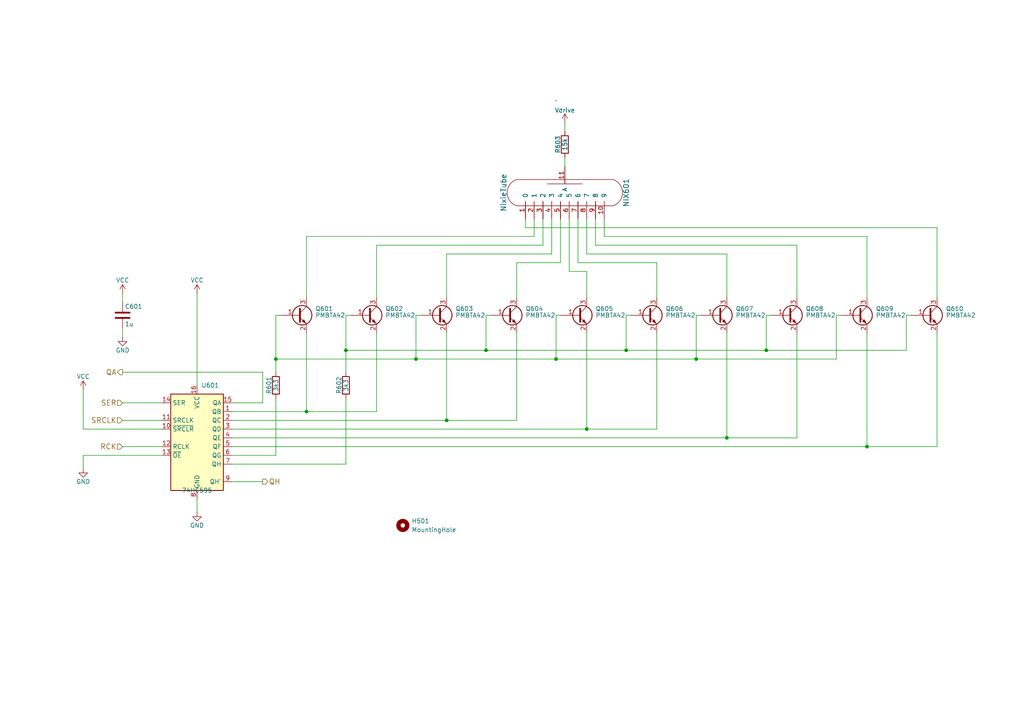
<source format=kicad_sch>
(kicad_sch (version 20230121) (generator eeschema)

  (uuid 74c9070f-06d7-45f1-b57a-66212bdb29df)

  (paper "A4")

  (title_block
    (title "ZM108x, Z57x nixieboard")
    (date "2025-09-04")
    (rev "3/${GITHASH}")
    (comment 1 "Atuthor: Martin Sabol")
  )

  (lib_symbols
    (symbol "74xx:74HC595" (in_bom yes) (on_board yes)
      (property "Reference" "U" (at -7.62 13.97 0)
        (effects (font (size 1.27 1.27)))
      )
      (property "Value" "74HC595" (at -7.62 -16.51 0)
        (effects (font (size 1.27 1.27)))
      )
      (property "Footprint" "" (at 0 0 0)
        (effects (font (size 1.27 1.27)) hide)
      )
      (property "Datasheet" "http://www.ti.com/lit/ds/symlink/sn74hc595.pdf" (at 0 0 0)
        (effects (font (size 1.27 1.27)) hide)
      )
      (property "ki_keywords" "HCMOS SR 3State" (at 0 0 0)
        (effects (font (size 1.27 1.27)) hide)
      )
      (property "ki_description" "8-bit serial in/out Shift Register 3-State Outputs" (at 0 0 0)
        (effects (font (size 1.27 1.27)) hide)
      )
      (property "ki_fp_filters" "DIP*W7.62mm* SOIC*3.9x9.9mm*P1.27mm* TSSOP*4.4x5mm*P0.65mm* SOIC*5.3x10.2mm*P1.27mm* SOIC*7.5x10.3mm*P1.27mm*" (at 0 0 0)
        (effects (font (size 1.27 1.27)) hide)
      )
      (symbol "74HC595_1_0"
        (pin tri_state line (at 10.16 7.62 180) (length 2.54)
          (name "QB" (effects (font (size 1.27 1.27))))
          (number "1" (effects (font (size 1.27 1.27))))
        )
        (pin input line (at -10.16 2.54 0) (length 2.54)
          (name "~{SRCLR}" (effects (font (size 1.27 1.27))))
          (number "10" (effects (font (size 1.27 1.27))))
        )
        (pin input line (at -10.16 5.08 0) (length 2.54)
          (name "SRCLK" (effects (font (size 1.27 1.27))))
          (number "11" (effects (font (size 1.27 1.27))))
        )
        (pin input line (at -10.16 -2.54 0) (length 2.54)
          (name "RCLK" (effects (font (size 1.27 1.27))))
          (number "12" (effects (font (size 1.27 1.27))))
        )
        (pin input line (at -10.16 -5.08 0) (length 2.54)
          (name "~{OE}" (effects (font (size 1.27 1.27))))
          (number "13" (effects (font (size 1.27 1.27))))
        )
        (pin input line (at -10.16 10.16 0) (length 2.54)
          (name "SER" (effects (font (size 1.27 1.27))))
          (number "14" (effects (font (size 1.27 1.27))))
        )
        (pin tri_state line (at 10.16 10.16 180) (length 2.54)
          (name "QA" (effects (font (size 1.27 1.27))))
          (number "15" (effects (font (size 1.27 1.27))))
        )
        (pin power_in line (at 0 15.24 270) (length 2.54)
          (name "VCC" (effects (font (size 1.27 1.27))))
          (number "16" (effects (font (size 1.27 1.27))))
        )
        (pin tri_state line (at 10.16 5.08 180) (length 2.54)
          (name "QC" (effects (font (size 1.27 1.27))))
          (number "2" (effects (font (size 1.27 1.27))))
        )
        (pin tri_state line (at 10.16 2.54 180) (length 2.54)
          (name "QD" (effects (font (size 1.27 1.27))))
          (number "3" (effects (font (size 1.27 1.27))))
        )
        (pin tri_state line (at 10.16 0 180) (length 2.54)
          (name "QE" (effects (font (size 1.27 1.27))))
          (number "4" (effects (font (size 1.27 1.27))))
        )
        (pin tri_state line (at 10.16 -2.54 180) (length 2.54)
          (name "QF" (effects (font (size 1.27 1.27))))
          (number "5" (effects (font (size 1.27 1.27))))
        )
        (pin tri_state line (at 10.16 -5.08 180) (length 2.54)
          (name "QG" (effects (font (size 1.27 1.27))))
          (number "6" (effects (font (size 1.27 1.27))))
        )
        (pin tri_state line (at 10.16 -7.62 180) (length 2.54)
          (name "QH" (effects (font (size 1.27 1.27))))
          (number "7" (effects (font (size 1.27 1.27))))
        )
        (pin power_in line (at 0 -17.78 90) (length 2.54)
          (name "GND" (effects (font (size 1.27 1.27))))
          (number "8" (effects (font (size 1.27 1.27))))
        )
        (pin output line (at 10.16 -12.7 180) (length 2.54)
          (name "QH'" (effects (font (size 1.27 1.27))))
          (number "9" (effects (font (size 1.27 1.27))))
        )
      )
      (symbol "74HC595_1_1"
        (rectangle (start -7.62 12.7) (end 7.62 -15.24)
          (stroke (width 0.254) (type default))
          (fill (type background))
        )
      )
    )
    (symbol "Device:C" (pin_numbers hide) (pin_names (offset 0.254)) (in_bom yes) (on_board yes)
      (property "Reference" "C" (at 0.635 2.54 0)
        (effects (font (size 1.27 1.27)) (justify left))
      )
      (property "Value" "C" (at 0.635 -2.54 0)
        (effects (font (size 1.27 1.27)) (justify left))
      )
      (property "Footprint" "" (at 0.9652 -3.81 0)
        (effects (font (size 1.27 1.27)) hide)
      )
      (property "Datasheet" "~" (at 0 0 0)
        (effects (font (size 1.27 1.27)) hide)
      )
      (property "ki_keywords" "cap capacitor" (at 0 0 0)
        (effects (font (size 1.27 1.27)) hide)
      )
      (property "ki_description" "Unpolarized capacitor" (at 0 0 0)
        (effects (font (size 1.27 1.27)) hide)
      )
      (property "ki_fp_filters" "C_*" (at 0 0 0)
        (effects (font (size 1.27 1.27)) hide)
      )
      (symbol "C_0_1"
        (polyline
          (pts
            (xy -2.032 -0.762)
            (xy 2.032 -0.762)
          )
          (stroke (width 0.508) (type default))
          (fill (type none))
        )
        (polyline
          (pts
            (xy -2.032 0.762)
            (xy 2.032 0.762)
          )
          (stroke (width 0.508) (type default))
          (fill (type none))
        )
      )
      (symbol "C_1_1"
        (pin passive line (at 0 3.81 270) (length 2.794)
          (name "~" (effects (font (size 1.27 1.27))))
          (number "1" (effects (font (size 1.27 1.27))))
        )
        (pin passive line (at 0 -3.81 90) (length 2.794)
          (name "~" (effects (font (size 1.27 1.27))))
          (number "2" (effects (font (size 1.27 1.27))))
        )
      )
    )
    (symbol "Device:Q_NPN_BEC" (pin_names (offset 0) hide) (in_bom yes) (on_board yes)
      (property "Reference" "Q" (at 5.08 1.27 0)
        (effects (font (size 1.27 1.27)) (justify left))
      )
      (property "Value" "Q_NPN_BEC" (at 5.08 -1.27 0)
        (effects (font (size 1.27 1.27)) (justify left))
      )
      (property "Footprint" "" (at 5.08 2.54 0)
        (effects (font (size 1.27 1.27)) hide)
      )
      (property "Datasheet" "~" (at 0 0 0)
        (effects (font (size 1.27 1.27)) hide)
      )
      (property "ki_keywords" "transistor NPN" (at 0 0 0)
        (effects (font (size 1.27 1.27)) hide)
      )
      (property "ki_description" "NPN transistor, base/emitter/collector" (at 0 0 0)
        (effects (font (size 1.27 1.27)) hide)
      )
      (symbol "Q_NPN_BEC_0_1"
        (polyline
          (pts
            (xy 0.635 0.635)
            (xy 2.54 2.54)
          )
          (stroke (width 0) (type default))
          (fill (type none))
        )
        (polyline
          (pts
            (xy 0.635 -0.635)
            (xy 2.54 -2.54)
            (xy 2.54 -2.54)
          )
          (stroke (width 0) (type default))
          (fill (type none))
        )
        (polyline
          (pts
            (xy 0.635 1.905)
            (xy 0.635 -1.905)
            (xy 0.635 -1.905)
          )
          (stroke (width 0.508) (type default))
          (fill (type none))
        )
        (polyline
          (pts
            (xy 1.27 -1.778)
            (xy 1.778 -1.27)
            (xy 2.286 -2.286)
            (xy 1.27 -1.778)
            (xy 1.27 -1.778)
          )
          (stroke (width 0) (type default))
          (fill (type outline))
        )
        (circle (center 1.27 0) (radius 2.8194)
          (stroke (width 0.254) (type default))
          (fill (type none))
        )
      )
      (symbol "Q_NPN_BEC_1_1"
        (pin input line (at -5.08 0 0) (length 5.715)
          (name "B" (effects (font (size 1.27 1.27))))
          (number "1" (effects (font (size 1.27 1.27))))
        )
        (pin passive line (at 2.54 -5.08 90) (length 2.54)
          (name "E" (effects (font (size 1.27 1.27))))
          (number "2" (effects (font (size 1.27 1.27))))
        )
        (pin passive line (at 2.54 5.08 270) (length 2.54)
          (name "C" (effects (font (size 1.27 1.27))))
          (number "3" (effects (font (size 1.27 1.27))))
        )
      )
    )
    (symbol "Device:R" (pin_numbers hide) (pin_names (offset 0)) (in_bom yes) (on_board yes)
      (property "Reference" "R" (at 2.032 0 90)
        (effects (font (size 1.27 1.27)))
      )
      (property "Value" "R" (at 0 0 90)
        (effects (font (size 1.27 1.27)))
      )
      (property "Footprint" "" (at -1.778 0 90)
        (effects (font (size 1.27 1.27)) hide)
      )
      (property "Datasheet" "~" (at 0 0 0)
        (effects (font (size 1.27 1.27)) hide)
      )
      (property "ki_keywords" "R res resistor" (at 0 0 0)
        (effects (font (size 1.27 1.27)) hide)
      )
      (property "ki_description" "Resistor" (at 0 0 0)
        (effects (font (size 1.27 1.27)) hide)
      )
      (property "ki_fp_filters" "R_*" (at 0 0 0)
        (effects (font (size 1.27 1.27)) hide)
      )
      (symbol "R_0_1"
        (rectangle (start -1.016 -2.54) (end 1.016 2.54)
          (stroke (width 0.254) (type default))
          (fill (type none))
        )
      )
      (symbol "R_1_1"
        (pin passive line (at 0 3.81 270) (length 1.27)
          (name "~" (effects (font (size 1.27 1.27))))
          (number "1" (effects (font (size 1.27 1.27))))
        )
        (pin passive line (at 0 -3.81 90) (length 1.27)
          (name "~" (effects (font (size 1.27 1.27))))
          (number "2" (effects (font (size 1.27 1.27))))
        )
      )
    )
    (symbol "Mechanical:MountingHole" (pin_names (offset 1.016)) (in_bom yes) (on_board yes)
      (property "Reference" "H" (at 0 5.08 0)
        (effects (font (size 1.27 1.27)))
      )
      (property "Value" "MountingHole" (at 0 3.175 0)
        (effects (font (size 1.27 1.27)))
      )
      (property "Footprint" "" (at 0 0 0)
        (effects (font (size 1.27 1.27)) hide)
      )
      (property "Datasheet" "~" (at 0 0 0)
        (effects (font (size 1.27 1.27)) hide)
      )
      (property "ki_keywords" "mounting hole" (at 0 0 0)
        (effects (font (size 1.27 1.27)) hide)
      )
      (property "ki_description" "Mounting Hole without connection" (at 0 0 0)
        (effects (font (size 1.27 1.27)) hide)
      )
      (property "ki_fp_filters" "MountingHole*" (at 0 0 0)
        (effects (font (size 1.27 1.27)) hide)
      )
      (symbol "MountingHole_0_1"
        (circle (center 0 0) (radius 1.27)
          (stroke (width 1.27) (type default))
          (fill (type none))
        )
      )
    )
    (symbol "nixie:NixieTube" (pin_names (offset 1.016)) (in_bom yes) (on_board yes)
      (property "Reference" "NIX" (at 10.16 -25.4 0)
        (effects (font (size 1.524 1.524)))
      )
      (property "Value" "NixieTube" (at 10.16 10.16 0)
        (effects (font (size 1.524 1.524)))
      )
      (property "Footprint" "" (at 0 0 0)
        (effects (font (size 1.524 1.524)) hide)
      )
      (property "Datasheet" "" (at 0 0 0)
        (effects (font (size 1.524 1.524)) hide)
      )
      (symbol "NixieTube_0_1"
        (polyline
          (pts
            (xy 6.35 6.35)
            (xy 6.35 -21.59)
          )
          (stroke (width 0) (type solid))
          (fill (type none))
        )
        (polyline
          (pts
            (xy 12.7 -2.54)
            (xy 12.7 -12.7)
          )
          (stroke (width 0) (type solid))
          (fill (type none))
        )
        (polyline
          (pts
            (xy 13.97 -21.59)
            (xy 13.97 6.35)
          )
          (stroke (width 0) (type solid))
          (fill (type none))
        )
        (arc (start 6.35 -21.59) (mid 10.16 -24.3361) (end 13.97 -21.59)
          (stroke (width 0) (type solid))
          (fill (type none))
        )
        (arc (start 13.97 6.35) (mid 10.16 9.0961) (end 6.35 6.35)
          (stroke (width 0) (type solid))
          (fill (type none))
        )
        (circle (center 36.83 -5.08) (radius 0.0001)
          (stroke (width 0) (type solid))
          (fill (type none))
        )
      )
      (symbol "NixieTube_1_1"
        (pin input line (at 2.54 3.81 0) (length 5.08)
          (name "0" (effects (font (size 1.27 1.27))))
          (number "1" (effects (font (size 1.27 1.27))))
        )
        (pin input line (at 2.54 -19.05 0) (length 5.08)
          (name "9" (effects (font (size 1.27 1.27))))
          (number "10" (effects (font (size 1.27 1.27))))
        )
        (pin input line (at 17.78 -7.62 180) (length 5.08)
          (name "A" (effects (font (size 1.27 1.27))))
          (number "11" (effects (font (size 1.27 1.27))))
        )
        (pin input line (at 2.54 1.27 0) (length 5.08)
          (name "1" (effects (font (size 1.27 1.27))))
          (number "2" (effects (font (size 1.27 1.27))))
        )
        (pin input line (at 2.54 -1.27 0) (length 5.08)
          (name "2" (effects (font (size 1.27 1.27))))
          (number "3" (effects (font (size 1.27 1.27))))
        )
        (pin input line (at 2.54 -3.81 0) (length 5.08)
          (name "3" (effects (font (size 1.27 1.27))))
          (number "4" (effects (font (size 1.27 1.27))))
        )
        (pin input line (at 2.54 -6.35 0) (length 5.08)
          (name "4" (effects (font (size 1.27 1.27))))
          (number "5" (effects (font (size 1.27 1.27))))
        )
        (pin input line (at 2.54 -8.89 0) (length 5.08)
          (name "5" (effects (font (size 1.27 1.27))))
          (number "6" (effects (font (size 1.27 1.27))))
        )
        (pin input line (at 2.54 -11.43 0) (length 5.08)
          (name "6" (effects (font (size 1.27 1.27))))
          (number "7" (effects (font (size 1.27 1.27))))
        )
        (pin input line (at 2.54 -13.97 0) (length 5.08)
          (name "7" (effects (font (size 1.27 1.27))))
          (number "8" (effects (font (size 1.27 1.27))))
        )
        (pin input line (at 2.54 -16.51 0) (length 5.08)
          (name "8" (effects (font (size 1.27 1.27))))
          (number "9" (effects (font (size 1.27 1.27))))
        )
      )
    )
    (symbol "power:GND" (power) (pin_names (offset 0)) (in_bom yes) (on_board yes)
      (property "Reference" "#PWR" (at 0 -6.35 0)
        (effects (font (size 1.27 1.27)) hide)
      )
      (property "Value" "GND" (at 0 -3.81 0)
        (effects (font (size 1.27 1.27)))
      )
      (property "Footprint" "" (at 0 0 0)
        (effects (font (size 1.27 1.27)) hide)
      )
      (property "Datasheet" "" (at 0 0 0)
        (effects (font (size 1.27 1.27)) hide)
      )
      (property "ki_keywords" "global power" (at 0 0 0)
        (effects (font (size 1.27 1.27)) hide)
      )
      (property "ki_description" "Power symbol creates a global label with name \"GND\" , ground" (at 0 0 0)
        (effects (font (size 1.27 1.27)) hide)
      )
      (symbol "GND_0_1"
        (polyline
          (pts
            (xy 0 0)
            (xy 0 -1.27)
            (xy 1.27 -1.27)
            (xy 0 -2.54)
            (xy -1.27 -1.27)
            (xy 0 -1.27)
          )
          (stroke (width 0) (type default))
          (fill (type none))
        )
      )
      (symbol "GND_1_1"
        (pin power_in line (at 0 0 270) (length 0) hide
          (name "GND" (effects (font (size 1.27 1.27))))
          (number "1" (effects (font (size 1.27 1.27))))
        )
      )
    )
    (symbol "power:VCC" (power) (pin_names (offset 0)) (in_bom yes) (on_board yes)
      (property "Reference" "#PWR" (at 0 -3.81 0)
        (effects (font (size 1.27 1.27)) hide)
      )
      (property "Value" "VCC" (at 0 3.81 0)
        (effects (font (size 1.27 1.27)))
      )
      (property "Footprint" "" (at 0 0 0)
        (effects (font (size 1.27 1.27)) hide)
      )
      (property "Datasheet" "" (at 0 0 0)
        (effects (font (size 1.27 1.27)) hide)
      )
      (property "ki_keywords" "global power" (at 0 0 0)
        (effects (font (size 1.27 1.27)) hide)
      )
      (property "ki_description" "Power symbol creates a global label with name \"VCC\"" (at 0 0 0)
        (effects (font (size 1.27 1.27)) hide)
      )
      (symbol "VCC_0_1"
        (polyline
          (pts
            (xy -0.762 1.27)
            (xy 0 2.54)
          )
          (stroke (width 0) (type default))
          (fill (type none))
        )
        (polyline
          (pts
            (xy 0 0)
            (xy 0 2.54)
          )
          (stroke (width 0) (type default))
          (fill (type none))
        )
        (polyline
          (pts
            (xy 0 2.54)
            (xy 0.762 1.27)
          )
          (stroke (width 0) (type default))
          (fill (type none))
        )
      )
      (symbol "VCC_1_1"
        (pin power_in line (at 0 0 90) (length 0) hide
          (name "VCC" (effects (font (size 1.27 1.27))))
          (number "1" (effects (font (size 1.27 1.27))))
        )
      )
    )
    (symbol "power:Vdrive" (power) (pin_names (offset 0)) (in_bom yes) (on_board yes)
      (property "Reference" "#PWR" (at -5.08 -3.81 0)
        (effects (font (size 1.27 1.27)) hide)
      )
      (property "Value" "Vdrive" (at 0 3.81 0)
        (effects (font (size 1.27 1.27)))
      )
      (property "Footprint" "" (at 0 0 0)
        (effects (font (size 1.27 1.27)) hide)
      )
      (property "Datasheet" "" (at 0 0 0)
        (effects (font (size 1.27 1.27)) hide)
      )
      (property "ki_keywords" "global power" (at 0 0 0)
        (effects (font (size 1.27 1.27)) hide)
      )
      (property "ki_description" "Power symbol creates a global label with name \"Vdrive\"" (at 0 0 0)
        (effects (font (size 1.27 1.27)) hide)
      )
      (symbol "Vdrive_0_1"
        (polyline
          (pts
            (xy -0.762 1.27)
            (xy 0 2.54)
          )
          (stroke (width 0) (type default))
          (fill (type none))
        )
        (polyline
          (pts
            (xy 0 0)
            (xy 0 2.54)
          )
          (stroke (width 0) (type default))
          (fill (type none))
        )
        (polyline
          (pts
            (xy 0 2.54)
            (xy 0.762 1.27)
          )
          (stroke (width 0) (type default))
          (fill (type none))
        )
      )
      (symbol "Vdrive_1_1"
        (pin power_in line (at 0 0 90) (length 0) hide
          (name "Vdrive" (effects (font (size 1.27 1.27))))
          (number "1" (effects (font (size 1.27 1.27))))
        )
      )
    )
  )

  (junction (at 129.54 121.92) (diameter 0) (color 0 0 0 0)
    (uuid 21a9bd7c-0f4e-417d-91e0-0c8702e5da38)
  )
  (junction (at 181.61 101.6) (diameter 0) (color 0 0 0 0)
    (uuid 2222791d-6a77-43ac-ab80-128909209cde)
  )
  (junction (at 140.97 101.6) (diameter 0) (color 0 0 0 0)
    (uuid 2730eca8-e1c3-435b-a755-84cdc7cf4bdf)
  )
  (junction (at 170.18 124.46) (diameter 0) (color 0 0 0 0)
    (uuid 32f59d15-d0d3-4961-a77a-0516c38aecd6)
  )
  (junction (at 210.82 127) (diameter 0) (color 0 0 0 0)
    (uuid 524a4421-07eb-434c-a88e-19d79a3408e5)
  )
  (junction (at 100.33 101.6) (diameter 0) (color 0 0 0 0)
    (uuid 62d42665-b3ca-4b51-b4c6-4522302799cc)
  )
  (junction (at 251.46 129.54) (diameter 0) (color 0 0 0 0)
    (uuid 6867a070-d21f-493b-ab27-20b316234ba7)
  )
  (junction (at 161.29 104.14) (diameter 0) (color 0 0 0 0)
    (uuid 935928de-a6e7-4dea-bfeb-5009ad7cce2a)
  )
  (junction (at 88.9 119.38) (diameter 0) (color 0 0 0 0)
    (uuid 97637727-1321-46b8-a3c6-72422cfdab92)
  )
  (junction (at 222.25 101.6) (diameter 0) (color 0 0 0 0)
    (uuid bf1f689a-135e-4dc4-9634-be5570ce5580)
  )
  (junction (at 120.65 104.14) (diameter 0) (color 0 0 0 0)
    (uuid c4fa5b59-5a25-4070-8d73-83c327141022)
  )
  (junction (at 80.01 104.14) (diameter 0) (color 0 0 0 0)
    (uuid f1997e9d-efce-4eef-abef-ef2b793b3585)
  )
  (junction (at 201.93 104.14) (diameter 0) (color 0 0 0 0)
    (uuid f46cf839-b97b-4c9e-91b5-5de9f8e0b07d)
  )

  (wire (pts (xy 81.28 91.44) (xy 80.01 91.44))
    (stroke (width 0) (type default))
    (uuid 00eb819b-f395-403b-8d49-65a6f7b40551)
  )
  (wire (pts (xy 100.33 101.6) (xy 140.97 101.6))
    (stroke (width 0) (type default))
    (uuid 04833174-b303-4a2e-97d3-c4ba8646f2dc)
  )
  (wire (pts (xy 88.9 119.38) (xy 88.9 96.52))
    (stroke (width 0) (type default))
    (uuid 052d9310-8f12-4b4c-9b5e-d25b7f8ba967)
  )
  (wire (pts (xy 129.54 73.66) (xy 129.54 86.36))
    (stroke (width 0) (type default))
    (uuid 0d37afa9-61e9-46a7-bf6f-fa7a18b2d21d)
  )
  (wire (pts (xy 170.18 124.46) (xy 170.18 96.52))
    (stroke (width 0) (type default))
    (uuid 139c8f12-5355-4abd-955c-fcb5f817152d)
  )
  (wire (pts (xy 120.65 104.14) (xy 161.29 104.14))
    (stroke (width 0) (type default))
    (uuid 16390813-9b8c-4c04-81cf-10c3c180690c)
  )
  (wire (pts (xy 251.46 129.54) (xy 271.78 129.54))
    (stroke (width 0) (type default))
    (uuid 16ec77a9-f242-4325-a9d2-73024515b004)
  )
  (wire (pts (xy 231.14 71.12) (xy 231.14 86.36))
    (stroke (width 0) (type default))
    (uuid 172a930f-a187-4219-988a-cb3d0bf4c79f)
  )
  (wire (pts (xy 149.86 121.92) (xy 149.86 96.52))
    (stroke (width 0) (type default))
    (uuid 17361aba-5a58-4197-b28b-889df227b514)
  )
  (wire (pts (xy 175.26 68.58) (xy 251.46 68.58))
    (stroke (width 0) (type default))
    (uuid 17c29f16-7e07-4904-870c-fa6f522c364e)
  )
  (wire (pts (xy 181.61 91.44) (xy 181.61 101.6))
    (stroke (width 0) (type default))
    (uuid 185fa8ac-6b5f-4988-b71a-cc8a66e0749f)
  )
  (wire (pts (xy 57.15 85.09) (xy 57.15 111.76))
    (stroke (width 0) (type default))
    (uuid 1aa912c5-3b83-4505-b85a-7ceabea3c9ff)
  )
  (wire (pts (xy 80.01 91.44) (xy 80.01 104.14))
    (stroke (width 0) (type default))
    (uuid 20dcba84-e3d6-4516-8993-a429fa90e0ff)
  )
  (wire (pts (xy 46.99 129.54) (xy 35.56 129.54))
    (stroke (width 0) (type default))
    (uuid 218dbff8-5bd6-4f80-840d-265992bb9b50)
  )
  (wire (pts (xy 100.33 101.6) (xy 100.33 107.95))
    (stroke (width 0) (type default))
    (uuid 2387ac9c-0702-4662-b270-6110d858a6e7)
  )
  (wire (pts (xy 167.64 63.5) (xy 167.64 76.2))
    (stroke (width 0) (type default))
    (uuid 2402a68b-cf3e-4418-8e79-35d9542554a4)
  )
  (wire (pts (xy 223.52 91.44) (xy 222.25 91.44))
    (stroke (width 0) (type default))
    (uuid 24e37c61-0e7f-4cf0-b87b-3d03c8518564)
  )
  (wire (pts (xy 88.9 119.38) (xy 109.22 119.38))
    (stroke (width 0) (type default))
    (uuid 25c58704-f01a-442d-ac31-f6fcdb969a8d)
  )
  (wire (pts (xy 170.18 63.5) (xy 170.18 73.66))
    (stroke (width 0) (type default))
    (uuid 2bf8779d-bf4a-4407-9c7b-d76f00be59c9)
  )
  (wire (pts (xy 242.57 91.44) (xy 243.84 91.44))
    (stroke (width 0) (type default))
    (uuid 2f620e31-c233-4731-85ba-61c09af6234b)
  )
  (wire (pts (xy 120.65 91.44) (xy 120.65 104.14))
    (stroke (width 0) (type default))
    (uuid 33ef2344-afc5-41cf-8796-2c3beb4e943b)
  )
  (wire (pts (xy 210.82 127) (xy 231.14 127))
    (stroke (width 0) (type default))
    (uuid 35643531-7539-48ca-b661-a68f24e80928)
  )
  (wire (pts (xy 210.82 73.66) (xy 210.82 86.36))
    (stroke (width 0) (type default))
    (uuid 3d109151-61f7-4ea4-a86c-091fe476fe45)
  )
  (wire (pts (xy 121.92 91.44) (xy 120.65 91.44))
    (stroke (width 0) (type default))
    (uuid 40044785-b1e3-4c6e-ba12-bf60cde9c467)
  )
  (wire (pts (xy 160.02 73.66) (xy 129.54 73.66))
    (stroke (width 0) (type default))
    (uuid 4651f9ad-484f-4238-8b6d-f2d92b84ebdf)
  )
  (wire (pts (xy 152.4 66.04) (xy 271.78 66.04))
    (stroke (width 0) (type default))
    (uuid 47ab6eba-a09b-4406-a81b-cd802f65baf5)
  )
  (wire (pts (xy 165.1 63.5) (xy 165.1 78.74))
    (stroke (width 0) (type default))
    (uuid 48a32076-b8c4-41b9-9d77-48646de273a2)
  )
  (wire (pts (xy 35.56 85.09) (xy 35.56 87.63))
    (stroke (width 0) (type default))
    (uuid 4a0f0bd5-83b1-4015-aad9-5c335cf62324)
  )
  (wire (pts (xy 262.89 91.44) (xy 264.16 91.44))
    (stroke (width 0) (type default))
    (uuid 4d5f01fb-e7e4-40ea-8cd3-d43ff4e8dbd8)
  )
  (wire (pts (xy 57.15 144.78) (xy 57.15 148.59))
    (stroke (width 0) (type default))
    (uuid 4fb834d5-b73d-4509-b7e9-f0d13e915982)
  )
  (wire (pts (xy 172.72 71.12) (xy 231.14 71.12))
    (stroke (width 0) (type default))
    (uuid 524cc93d-9056-4958-9c94-b842c81c763f)
  )
  (wire (pts (xy 162.56 91.44) (xy 161.29 91.44))
    (stroke (width 0) (type default))
    (uuid 53cea121-fa4d-411d-a236-a1e4a38c4051)
  )
  (wire (pts (xy 154.94 63.5) (xy 154.94 68.58))
    (stroke (width 0) (type default))
    (uuid 5422c533-2402-4d9a-b5a6-6d7ef424e2d0)
  )
  (wire (pts (xy 152.4 63.5) (xy 152.4 66.04))
    (stroke (width 0) (type default))
    (uuid 5511d7b4-7d7d-4134-b694-c0159a5df98b)
  )
  (wire (pts (xy 67.31 139.7) (xy 76.2 139.7))
    (stroke (width 0) (type default))
    (uuid 5709750b-1811-43c5-8566-04f95aa6154c)
  )
  (wire (pts (xy 210.82 127) (xy 210.82 96.52))
    (stroke (width 0) (type default))
    (uuid 57f8032d-9c10-44a6-a8a1-6169fae4a55d)
  )
  (wire (pts (xy 109.22 71.12) (xy 109.22 86.36))
    (stroke (width 0) (type default))
    (uuid 58766963-06cd-4aaf-ae7b-618d5507ed3e)
  )
  (wire (pts (xy 80.01 104.14) (xy 80.01 107.95))
    (stroke (width 0) (type default))
    (uuid 5ae4b51f-7ae6-4fa6-acfc-c1084acad9f5)
  )
  (wire (pts (xy 46.99 121.92) (xy 35.56 121.92))
    (stroke (width 0) (type default))
    (uuid 5fa8ed82-b4dc-4c35-9c95-dba77f49467f)
  )
  (wire (pts (xy 181.61 101.6) (xy 222.25 101.6))
    (stroke (width 0) (type default))
    (uuid 5fd6e4ab-3f8c-4f29-b8c5-880ebae64108)
  )
  (wire (pts (xy 271.78 129.54) (xy 271.78 96.52))
    (stroke (width 0) (type default))
    (uuid 612015f8-e9e5-4f9b-b71d-4f9d9d14161c)
  )
  (wire (pts (xy 167.64 76.2) (xy 190.5 76.2))
    (stroke (width 0) (type default))
    (uuid 627d27e4-4da1-41f9-bb2f-a1dc150e9bf0)
  )
  (wire (pts (xy 35.56 95.25) (xy 35.56 97.79))
    (stroke (width 0) (type default))
    (uuid 64fdeaa9-8643-4ea1-93b2-ecdc05e2ddd7)
  )
  (wire (pts (xy 201.93 104.14) (xy 242.57 104.14))
    (stroke (width 0) (type default))
    (uuid 6704e033-d3ed-4344-84ef-bf70089ad099)
  )
  (wire (pts (xy 100.33 134.62) (xy 100.33 115.57))
    (stroke (width 0) (type default))
    (uuid 69182fc3-a04e-4d51-bdcb-2a46495b1329)
  )
  (wire (pts (xy 162.56 76.2) (xy 149.86 76.2))
    (stroke (width 0) (type default))
    (uuid 6a46e30b-7dbe-4948-a70b-f9d84a263a52)
  )
  (wire (pts (xy 101.6 91.44) (xy 100.33 91.44))
    (stroke (width 0) (type default))
    (uuid 6c940ccc-9de6-411a-9363-3c6b5132d03c)
  )
  (wire (pts (xy 190.5 124.46) (xy 190.5 96.52))
    (stroke (width 0) (type default))
    (uuid 6f7bdc9e-0c63-49a6-9daf-c5e786529bfe)
  )
  (wire (pts (xy 160.02 63.5) (xy 160.02 73.66))
    (stroke (width 0) (type default))
    (uuid 71120dfe-e4e2-467a-8a9d-0751b8ac5e46)
  )
  (wire (pts (xy 172.72 63.5) (xy 172.72 71.12))
    (stroke (width 0) (type default))
    (uuid 75e80ede-a4dc-4625-9922-80c1c2f7c3e2)
  )
  (wire (pts (xy 222.25 91.44) (xy 222.25 101.6))
    (stroke (width 0) (type default))
    (uuid 77d8b595-199a-4852-a644-280ac619356e)
  )
  (wire (pts (xy 165.1 78.74) (xy 170.18 78.74))
    (stroke (width 0) (type default))
    (uuid 81259d28-e966-47fb-a53a-f8d82a1882b5)
  )
  (wire (pts (xy 154.94 68.58) (xy 88.9 68.58))
    (stroke (width 0) (type default))
    (uuid 82cd19b8-3e36-4dc1-b484-5fbfca3193b6)
  )
  (wire (pts (xy 129.54 121.92) (xy 129.54 96.52))
    (stroke (width 0) (type default))
    (uuid 847d2b40-28fe-4d95-a350-b39eb49323c2)
  )
  (wire (pts (xy 142.24 91.44) (xy 140.97 91.44))
    (stroke (width 0) (type default))
    (uuid 88859c99-5619-48bc-91f4-3c10846e69da)
  )
  (wire (pts (xy 251.46 129.54) (xy 251.46 96.52))
    (stroke (width 0) (type default))
    (uuid 8cfef4ef-b2c0-4bfa-bc48-f619151d3ed6)
  )
  (wire (pts (xy 46.99 124.46) (xy 24.13 124.46))
    (stroke (width 0) (type default))
    (uuid 8d854111-883e-49f8-8d92-86ce7824f725)
  )
  (wire (pts (xy 67.31 119.38) (xy 88.9 119.38))
    (stroke (width 0) (type default))
    (uuid 92514abf-cc74-4d3f-8b98-ea20781d8bbf)
  )
  (wire (pts (xy 271.78 66.04) (xy 271.78 86.36))
    (stroke (width 0) (type default))
    (uuid 93e6d6fa-948f-4ebe-81fd-d9b766b4097b)
  )
  (wire (pts (xy 129.54 121.92) (xy 149.86 121.92))
    (stroke (width 0) (type default))
    (uuid 9505d0d6-67e9-4b77-97e1-0ed72663858b)
  )
  (wire (pts (xy 201.93 91.44) (xy 201.93 104.14))
    (stroke (width 0) (type default))
    (uuid 9aa54e99-9cac-4b26-9c93-25d64984fc4b)
  )
  (wire (pts (xy 162.56 63.5) (xy 162.56 76.2))
    (stroke (width 0) (type default))
    (uuid 9dc785fa-2ea6-407d-833b-b0c6360f1114)
  )
  (wire (pts (xy 170.18 78.74) (xy 170.18 86.36))
    (stroke (width 0) (type default))
    (uuid 9f701c0f-00af-4283-b8ee-783ab30f06ad)
  )
  (wire (pts (xy 149.86 76.2) (xy 149.86 86.36))
    (stroke (width 0) (type default))
    (uuid 9f975205-532a-4e84-bc31-b58a6b927c9a)
  )
  (wire (pts (xy 222.25 101.6) (xy 262.89 101.6))
    (stroke (width 0) (type default))
    (uuid a5ba19cf-7288-4f8b-a034-cb77f2b04c8c)
  )
  (wire (pts (xy 161.29 104.14) (xy 201.93 104.14))
    (stroke (width 0) (type default))
    (uuid ae06a48f-3a82-4d04-9a9b-8e5084255eda)
  )
  (wire (pts (xy 46.99 116.84) (xy 35.56 116.84))
    (stroke (width 0) (type default))
    (uuid b2b5b4f8-a93c-40cd-81ae-2990dc5a8512)
  )
  (wire (pts (xy 24.13 132.08) (xy 24.13 135.89))
    (stroke (width 0) (type default))
    (uuid b6216f96-605c-4de0-8b21-7650e8510f7d)
  )
  (wire (pts (xy 175.26 63.5) (xy 175.26 68.58))
    (stroke (width 0) (type default))
    (uuid b67096e1-c9d4-47d4-8e41-4b9215012186)
  )
  (wire (pts (xy 67.31 134.62) (xy 100.33 134.62))
    (stroke (width 0) (type default))
    (uuid b6a341e7-af03-4c56-ba9e-015f04b660a7)
  )
  (wire (pts (xy 76.2 116.84) (xy 76.2 107.95))
    (stroke (width 0) (type default))
    (uuid b8261744-31d5-459f-bfda-78a0841a0ef9)
  )
  (wire (pts (xy 76.2 107.95) (xy 35.56 107.95))
    (stroke (width 0) (type default))
    (uuid b872d805-464d-45f9-b3cd-55308888cfc4)
  )
  (wire (pts (xy 67.31 121.92) (xy 129.54 121.92))
    (stroke (width 0) (type default))
    (uuid bd9eaa37-5ed8-4391-85a8-6a1b25af68c4)
  )
  (wire (pts (xy 46.99 132.08) (xy 24.13 132.08))
    (stroke (width 0) (type default))
    (uuid bdacfc41-b36c-45e6-b7c8-1f9e6c9d5ec1)
  )
  (wire (pts (xy 140.97 101.6) (xy 181.61 101.6))
    (stroke (width 0) (type default))
    (uuid be3fdabc-243b-449b-8181-cc322daa2e51)
  )
  (wire (pts (xy 157.48 63.5) (xy 157.48 71.12))
    (stroke (width 0) (type default))
    (uuid c104d108-3924-4e1d-9293-35d54a6a7d5f)
  )
  (wire (pts (xy 242.57 104.14) (xy 242.57 91.44))
    (stroke (width 0) (type default))
    (uuid c72919d1-e2a3-4479-876e-a4a5a2d66167)
  )
  (wire (pts (xy 80.01 132.08) (xy 80.01 115.57))
    (stroke (width 0) (type default))
    (uuid c9e71684-aeaa-4d67-836e-345b4495d739)
  )
  (wire (pts (xy 190.5 76.2) (xy 190.5 86.36))
    (stroke (width 0) (type default))
    (uuid c9fc220f-08b7-4645-886a-c9c8d2bde5f8)
  )
  (wire (pts (xy 262.89 101.6) (xy 262.89 91.44))
    (stroke (width 0) (type default))
    (uuid cbac0caf-8eae-4146-8fa8-14577452412a)
  )
  (wire (pts (xy 170.18 124.46) (xy 190.5 124.46))
    (stroke (width 0) (type default))
    (uuid cbf2090d-e4e5-4370-96fa-bb310a0c842c)
  )
  (wire (pts (xy 24.13 124.46) (xy 24.13 113.03))
    (stroke (width 0) (type default))
    (uuid cd87ead7-7225-4021-ab2b-388a2e5ddaf5)
  )
  (wire (pts (xy 67.31 116.84) (xy 76.2 116.84))
    (stroke (width 0) (type default))
    (uuid cdeb550c-8ea5-4c6b-8527-a9ef05e559df)
  )
  (wire (pts (xy 67.31 132.08) (xy 80.01 132.08))
    (stroke (width 0) (type default))
    (uuid cf9881aa-91e0-4799-9f69-dc7b24f79fbb)
  )
  (wire (pts (xy 203.2 91.44) (xy 201.93 91.44))
    (stroke (width 0) (type default))
    (uuid d31fb479-341d-4f64-be8d-a94c660a7a7e)
  )
  (wire (pts (xy 88.9 68.58) (xy 88.9 86.36))
    (stroke (width 0) (type default))
    (uuid d7f6cbe2-414a-45d2-8da7-324fcb800328)
  )
  (wire (pts (xy 157.48 71.12) (xy 109.22 71.12))
    (stroke (width 0) (type default))
    (uuid d90febcc-963d-4b01-a2fc-c0988bf9823a)
  )
  (wire (pts (xy 170.18 73.66) (xy 210.82 73.66))
    (stroke (width 0) (type default))
    (uuid dbb05a60-b40a-4bb8-b7dc-b74c10f8c2e5)
  )
  (wire (pts (xy 109.22 119.38) (xy 109.22 96.52))
    (stroke (width 0) (type default))
    (uuid df4d2bcb-4fe5-4f80-804c-e583c205bd40)
  )
  (wire (pts (xy 80.01 104.14) (xy 120.65 104.14))
    (stroke (width 0) (type default))
    (uuid e32b640f-853e-42cb-850a-3d0b7707d44d)
  )
  (wire (pts (xy 163.83 45.72) (xy 163.83 48.26))
    (stroke (width 0) (type default))
    (uuid e55b3848-ad8a-49f0-8ebb-2fe8c9bb6072)
  )
  (wire (pts (xy 251.46 68.58) (xy 251.46 86.36))
    (stroke (width 0) (type default))
    (uuid e844115f-1a1b-444a-a10c-7b9655dd3289)
  )
  (wire (pts (xy 231.14 127) (xy 231.14 96.52))
    (stroke (width 0) (type default))
    (uuid e9632180-24c3-4845-943d-e58b6178f7cf)
  )
  (wire (pts (xy 182.88 91.44) (xy 181.61 91.44))
    (stroke (width 0) (type default))
    (uuid e9769452-1d00-4df5-803f-a53e0487d945)
  )
  (wire (pts (xy 67.31 124.46) (xy 170.18 124.46))
    (stroke (width 0) (type default))
    (uuid ea4ffc89-59c5-4ab7-8bb2-c99bebf41e17)
  )
  (wire (pts (xy 67.31 129.54) (xy 251.46 129.54))
    (stroke (width 0) (type default))
    (uuid eedcc97a-6b1a-4a87-84ee-51c3b782fe71)
  )
  (wire (pts (xy 100.33 91.44) (xy 100.33 101.6))
    (stroke (width 0) (type default))
    (uuid f8ce3c48-b9e4-4b5e-9f1c-a0a241c1e2c9)
  )
  (wire (pts (xy 67.31 127) (xy 210.82 127))
    (stroke (width 0) (type default))
    (uuid fb55c6af-cd3f-4d88-bd21-346414b6bd1d)
  )
  (wire (pts (xy 163.83 38.1) (xy 163.83 35.56))
    (stroke (width 0) (type default))
    (uuid fb71d35e-9998-4318-9f24-da5310608fbe)
  )
  (wire (pts (xy 140.97 91.44) (xy 140.97 101.6))
    (stroke (width 0) (type default))
    (uuid ff32684f-0b8f-4649-8a16-bcc9760f4054)
  )
  (wire (pts (xy 161.29 91.44) (xy 161.29 104.14))
    (stroke (width 0) (type default))
    (uuid ff7eea5a-f92a-4d7e-afdc-d51ae274be4e)
  )

  (hierarchical_label "RCK" (shape input) (at 35.56 129.54 180) (fields_autoplaced)
    (effects (font (size 1.524 1.524)) (justify right))
    (uuid 7363b51b-4109-4660-b16e-052c6f794901)
  )
  (hierarchical_label "SER" (shape input) (at 35.56 116.84 180) (fields_autoplaced)
    (effects (font (size 1.524 1.524)) (justify right))
    (uuid 76430855-45e6-4540-a1a2-9ad7987c4cf3)
  )
  (hierarchical_label "QH" (shape output) (at 76.2 139.7 0) (fields_autoplaced)
    (effects (font (size 1.524 1.524)) (justify left))
    (uuid 89eed970-4f29-496b-88ce-8b8670c0d33d)
  )
  (hierarchical_label "SRCLK" (shape input) (at 35.56 121.92 180) (fields_autoplaced)
    (effects (font (size 1.524 1.524)) (justify right))
    (uuid 990ea5ad-e926-4741-96b9-ad1bcab96fb3)
  )
  (hierarchical_label "QA" (shape output) (at 35.56 107.95 180) (fields_autoplaced)
    (effects (font (size 1.524 1.524)) (justify right))
    (uuid e2c1a641-5caf-4a63-877b-3a10d5328fb5)
  )

  (symbol (lib_id "Device:Q_NPN_BEC") (at 86.36 91.44 0) (unit 1)
    (in_bom yes) (on_board yes) (dnp no)
    (uuid 00000000-0000-0000-0000-00005978a5c6)
    (property "Reference" "Q601" (at 91.44 89.535 0)
      (effects (font (size 1.27 1.27)) (justify left))
    )
    (property "Value" "PMBTA42" (at 91.44 91.44 0)
      (effects (font (size 1.27 1.27)) (justify left))
    )
    (property "Footprint" "Package_TO_SOT_SMD:SOT-23" (at 91.44 88.9 0)
      (effects (font (size 1.27 1.27)) hide)
    )
    (property "Datasheet" "~" (at 86.36 91.44 0)
      (effects (font (size 1.27 1.27)) hide)
    )
    (property "Supplier" "TME" (at 86.36 91.44 0)
      (effects (font (size 1.27 1.27)) (justify left) hide)
    )
    (property "SPN" "PMBTA42" (at 86.36 91.44 0)
      (effects (font (size 1.27 1.27)) (justify left) hide)
    )
    (pin "1" (uuid f391f9e7-217f-43ce-82b9-a4b6c4390d31))
    (pin "2" (uuid 471c3abd-43a7-4616-842c-66b223e7e4b7))
    (pin "3" (uuid 12fabe6b-ba4b-4e7b-b350-074091e737cb))
    (instances
      (project "nixieboard"
        (path "/93b23311-7353-47b7-aa73-3dc6f6fdf308/00000000-0000-0000-0000-0000597857c2/00000000-0000-0000-0000-000059792c24"
          (reference "Q601") (unit 1)
        )
        (path "/93b23311-7353-47b7-aa73-3dc6f6fdf308/00000000-0000-0000-0000-0000597857c2/00000000-0000-0000-0000-0000597985ff"
          (reference "Q901") (unit 1)
        )
        (path "/93b23311-7353-47b7-aa73-3dc6f6fdf308/00000000-0000-0000-0000-0000597857c2/00000000-0000-0000-0000-000059798acf"
          (reference "Q1201") (unit 1)
        )
        (path "/93b23311-7353-47b7-aa73-3dc6f6fdf308/00000000-0000-0000-0000-0000597857c2/00000000-0000-0000-0000-0000597980d0"
          (reference "Q701") (unit 1)
        )
        (path "/93b23311-7353-47b7-aa73-3dc6f6fdf308/00000000-0000-0000-0000-0000597857c2/00000000-0000-0000-0000-000059789080"
          (reference "Q501") (unit 1)
        )
        (path "/93b23311-7353-47b7-aa73-3dc6f6fdf308/00000000-0000-0000-0000-0000597857c2/00000000-0000-0000-0000-000059798874"
          (reference "Q1001") (unit 1)
        )
      )
    )
  )

  (symbol (lib_id "Device:Q_NPN_BEC") (at 106.68 91.44 0) (unit 1)
    (in_bom yes) (on_board yes) (dnp no)
    (uuid 00000000-0000-0000-0000-00005978a672)
    (property "Reference" "Q602" (at 111.76 89.535 0)
      (effects (font (size 1.27 1.27)) (justify left))
    )
    (property "Value" "PMBTA42" (at 111.76 91.44 0)
      (effects (font (size 1.27 1.27)) (justify left))
    )
    (property "Footprint" "Package_TO_SOT_SMD:SOT-23" (at 111.76 88.9 0)
      (effects (font (size 1.27 1.27)) hide)
    )
    (property "Datasheet" "~" (at 106.68 91.44 0)
      (effects (font (size 1.27 1.27)) hide)
    )
    (property "Supplier" "TME" (at 106.68 91.44 0)
      (effects (font (size 1.27 1.27)) (justify left) hide)
    )
    (property "SPN" "PMBTA42" (at 106.68 91.44 0)
      (effects (font (size 1.27 1.27)) (justify left) hide)
    )
    (pin "1" (uuid 3934a2c2-b24d-4cb6-8525-7cb626317993))
    (pin "2" (uuid d5ca5110-1a07-4a67-a0fb-c6d6524a6a2b))
    (pin "3" (uuid 45caa507-f656-46ab-888f-3b73083b0c03))
    (instances
      (project "nixieboard"
        (path "/93b23311-7353-47b7-aa73-3dc6f6fdf308/00000000-0000-0000-0000-0000597857c2/00000000-0000-0000-0000-000059792c24"
          (reference "Q602") (unit 1)
        )
        (path "/93b23311-7353-47b7-aa73-3dc6f6fdf308/00000000-0000-0000-0000-0000597857c2/00000000-0000-0000-0000-0000597985ff"
          (reference "Q902") (unit 1)
        )
        (path "/93b23311-7353-47b7-aa73-3dc6f6fdf308/00000000-0000-0000-0000-0000597857c2/00000000-0000-0000-0000-000059798acf"
          (reference "Q1202") (unit 1)
        )
        (path "/93b23311-7353-47b7-aa73-3dc6f6fdf308/00000000-0000-0000-0000-0000597857c2/00000000-0000-0000-0000-0000597980d0"
          (reference "Q702") (unit 1)
        )
        (path "/93b23311-7353-47b7-aa73-3dc6f6fdf308/00000000-0000-0000-0000-0000597857c2/00000000-0000-0000-0000-000059789080"
          (reference "Q502") (unit 1)
        )
        (path "/93b23311-7353-47b7-aa73-3dc6f6fdf308/00000000-0000-0000-0000-0000597857c2/00000000-0000-0000-0000-000059798874"
          (reference "Q1002") (unit 1)
        )
      )
    )
  )

  (symbol (lib_id "Device:Q_NPN_BEC") (at 127 91.44 0) (unit 1)
    (in_bom yes) (on_board yes) (dnp no)
    (uuid 00000000-0000-0000-0000-00005978a6a8)
    (property "Reference" "Q603" (at 132.08 89.535 0)
      (effects (font (size 1.27 1.27)) (justify left))
    )
    (property "Value" "PMBTA42" (at 132.08 91.44 0)
      (effects (font (size 1.27 1.27)) (justify left))
    )
    (property "Footprint" "Package_TO_SOT_SMD:SOT-23" (at 132.08 88.9 0)
      (effects (font (size 1.27 1.27)) hide)
    )
    (property "Datasheet" "~" (at 127 91.44 0)
      (effects (font (size 1.27 1.27)) hide)
    )
    (property "Supplier" "TME" (at 127 91.44 0)
      (effects (font (size 1.27 1.27)) (justify left) hide)
    )
    (property "SPN" "PMBTA42" (at 127 91.44 0)
      (effects (font (size 1.27 1.27)) (justify left) hide)
    )
    (pin "1" (uuid c3333771-d000-4e6d-a957-55dbb746946b))
    (pin "2" (uuid 5946f26f-86c9-41f7-b30c-d6ba339dccdb))
    (pin "3" (uuid 4d96bfe6-6745-4892-b062-8b17c2b41eb7))
    (instances
      (project "nixieboard"
        (path "/93b23311-7353-47b7-aa73-3dc6f6fdf308/00000000-0000-0000-0000-0000597857c2/00000000-0000-0000-0000-000059792c24"
          (reference "Q603") (unit 1)
        )
        (path "/93b23311-7353-47b7-aa73-3dc6f6fdf308/00000000-0000-0000-0000-0000597857c2/00000000-0000-0000-0000-0000597985ff"
          (reference "Q903") (unit 1)
        )
        (path "/93b23311-7353-47b7-aa73-3dc6f6fdf308/00000000-0000-0000-0000-0000597857c2/00000000-0000-0000-0000-000059798acf"
          (reference "Q1203") (unit 1)
        )
        (path "/93b23311-7353-47b7-aa73-3dc6f6fdf308/00000000-0000-0000-0000-0000597857c2/00000000-0000-0000-0000-0000597980d0"
          (reference "Q703") (unit 1)
        )
        (path "/93b23311-7353-47b7-aa73-3dc6f6fdf308/00000000-0000-0000-0000-0000597857c2/00000000-0000-0000-0000-000059789080"
          (reference "Q503") (unit 1)
        )
        (path "/93b23311-7353-47b7-aa73-3dc6f6fdf308/00000000-0000-0000-0000-0000597857c2/00000000-0000-0000-0000-000059798874"
          (reference "Q1003") (unit 1)
        )
      )
    )
  )

  (symbol (lib_id "Device:Q_NPN_BEC") (at 147.32 91.44 0) (unit 1)
    (in_bom yes) (on_board yes) (dnp no)
    (uuid 00000000-0000-0000-0000-00005978a6e2)
    (property "Reference" "Q604" (at 152.4 89.535 0)
      (effects (font (size 1.27 1.27)) (justify left))
    )
    (property "Value" "PMBTA42" (at 152.4 91.44 0)
      (effects (font (size 1.27 1.27)) (justify left))
    )
    (property "Footprint" "Package_TO_SOT_SMD:SOT-23" (at 152.4 88.9 0)
      (effects (font (size 1.27 1.27)) hide)
    )
    (property "Datasheet" "~" (at 147.32 91.44 0)
      (effects (font (size 1.27 1.27)) hide)
    )
    (property "Supplier" "TME" (at 147.32 91.44 0)
      (effects (font (size 1.27 1.27)) (justify left) hide)
    )
    (property "SPN" "PMBTA42" (at 147.32 91.44 0)
      (effects (font (size 1.27 1.27)) (justify left) hide)
    )
    (pin "1" (uuid 304870ce-0c45-422a-9b87-548b60a8b702))
    (pin "2" (uuid 6be61275-3fc8-4168-be73-d43b8fae86d2))
    (pin "3" (uuid 325c181a-36e7-4ab4-b8cb-62e984abcdbe))
    (instances
      (project "nixieboard"
        (path "/93b23311-7353-47b7-aa73-3dc6f6fdf308/00000000-0000-0000-0000-0000597857c2/00000000-0000-0000-0000-000059792c24"
          (reference "Q604") (unit 1)
        )
        (path "/93b23311-7353-47b7-aa73-3dc6f6fdf308/00000000-0000-0000-0000-0000597857c2/00000000-0000-0000-0000-0000597985ff"
          (reference "Q904") (unit 1)
        )
        (path "/93b23311-7353-47b7-aa73-3dc6f6fdf308/00000000-0000-0000-0000-0000597857c2/00000000-0000-0000-0000-000059798acf"
          (reference "Q1204") (unit 1)
        )
        (path "/93b23311-7353-47b7-aa73-3dc6f6fdf308/00000000-0000-0000-0000-0000597857c2/00000000-0000-0000-0000-0000597980d0"
          (reference "Q704") (unit 1)
        )
        (path "/93b23311-7353-47b7-aa73-3dc6f6fdf308/00000000-0000-0000-0000-0000597857c2/00000000-0000-0000-0000-000059789080"
          (reference "Q504") (unit 1)
        )
        (path "/93b23311-7353-47b7-aa73-3dc6f6fdf308/00000000-0000-0000-0000-0000597857c2/00000000-0000-0000-0000-000059798874"
          (reference "Q1004") (unit 1)
        )
      )
    )
  )

  (symbol (lib_id "Device:Q_NPN_BEC") (at 167.64 91.44 0) (unit 1)
    (in_bom yes) (on_board yes) (dnp no)
    (uuid 00000000-0000-0000-0000-00005978a71a)
    (property "Reference" "Q605" (at 172.72 89.535 0)
      (effects (font (size 1.27 1.27)) (justify left))
    )
    (property "Value" "PMBTA42" (at 172.72 91.44 0)
      (effects (font (size 1.27 1.27)) (justify left))
    )
    (property "Footprint" "Package_TO_SOT_SMD:SOT-23" (at 172.72 88.9 0)
      (effects (font (size 1.27 1.27)) hide)
    )
    (property "Datasheet" "~" (at 167.64 91.44 0)
      (effects (font (size 1.27 1.27)) hide)
    )
    (property "Supplier" "TME" (at 167.64 91.44 0)
      (effects (font (size 1.27 1.27)) (justify left) hide)
    )
    (property "SPN" "PMBTA42" (at 167.64 91.44 0)
      (effects (font (size 1.27 1.27)) (justify left) hide)
    )
    (pin "1" (uuid 5ed1f136-5483-49df-9b09-4587854812a4))
    (pin "2" (uuid 72c937eb-3e62-4834-9f72-23f052fe4dec))
    (pin "3" (uuid 5a90e46d-2f5c-4853-95cb-64c6245e0785))
    (instances
      (project "nixieboard"
        (path "/93b23311-7353-47b7-aa73-3dc6f6fdf308/00000000-0000-0000-0000-0000597857c2/00000000-0000-0000-0000-000059792c24"
          (reference "Q605") (unit 1)
        )
        (path "/93b23311-7353-47b7-aa73-3dc6f6fdf308/00000000-0000-0000-0000-0000597857c2/00000000-0000-0000-0000-0000597985ff"
          (reference "Q905") (unit 1)
        )
        (path "/93b23311-7353-47b7-aa73-3dc6f6fdf308/00000000-0000-0000-0000-0000597857c2/00000000-0000-0000-0000-000059798acf"
          (reference "Q1205") (unit 1)
        )
        (path "/93b23311-7353-47b7-aa73-3dc6f6fdf308/00000000-0000-0000-0000-0000597857c2/00000000-0000-0000-0000-0000597980d0"
          (reference "Q705") (unit 1)
        )
        (path "/93b23311-7353-47b7-aa73-3dc6f6fdf308/00000000-0000-0000-0000-0000597857c2/00000000-0000-0000-0000-000059789080"
          (reference "Q505") (unit 1)
        )
        (path "/93b23311-7353-47b7-aa73-3dc6f6fdf308/00000000-0000-0000-0000-0000597857c2/00000000-0000-0000-0000-000059798874"
          (reference "Q1005") (unit 1)
        )
      )
    )
  )

  (symbol (lib_id "Device:Q_NPN_BEC") (at 187.96 91.44 0) (unit 1)
    (in_bom yes) (on_board yes) (dnp no)
    (uuid 00000000-0000-0000-0000-00005978a75b)
    (property "Reference" "Q606" (at 193.04 89.535 0)
      (effects (font (size 1.27 1.27)) (justify left))
    )
    (property "Value" "PMBTA42" (at 193.04 91.44 0)
      (effects (font (size 1.27 1.27)) (justify left))
    )
    (property "Footprint" "Package_TO_SOT_SMD:SOT-23" (at 193.04 88.9 0)
      (effects (font (size 1.27 1.27)) hide)
    )
    (property "Datasheet" "~" (at 187.96 91.44 0)
      (effects (font (size 1.27 1.27)) hide)
    )
    (property "Supplier" "TME" (at 187.96 91.44 0)
      (effects (font (size 1.27 1.27)) (justify left) hide)
    )
    (property "SPN" "PMBTA42" (at 187.96 91.44 0)
      (effects (font (size 1.27 1.27)) (justify left) hide)
    )
    (pin "1" (uuid 9e8b1b02-21cb-4983-b2e1-dcb4c00c5a3d))
    (pin "2" (uuid 1e0d6605-c50c-4ef1-a59b-d35b251bf996))
    (pin "3" (uuid 4f0e977d-a589-4307-9352-1e5baab33384))
    (instances
      (project "nixieboard"
        (path "/93b23311-7353-47b7-aa73-3dc6f6fdf308/00000000-0000-0000-0000-0000597857c2/00000000-0000-0000-0000-000059792c24"
          (reference "Q606") (unit 1)
        )
        (path "/93b23311-7353-47b7-aa73-3dc6f6fdf308/00000000-0000-0000-0000-0000597857c2/00000000-0000-0000-0000-0000597985ff"
          (reference "Q906") (unit 1)
        )
        (path "/93b23311-7353-47b7-aa73-3dc6f6fdf308/00000000-0000-0000-0000-0000597857c2/00000000-0000-0000-0000-000059798acf"
          (reference "Q1206") (unit 1)
        )
        (path "/93b23311-7353-47b7-aa73-3dc6f6fdf308/00000000-0000-0000-0000-0000597857c2/00000000-0000-0000-0000-0000597980d0"
          (reference "Q706") (unit 1)
        )
        (path "/93b23311-7353-47b7-aa73-3dc6f6fdf308/00000000-0000-0000-0000-0000597857c2/00000000-0000-0000-0000-000059789080"
          (reference "Q506") (unit 1)
        )
        (path "/93b23311-7353-47b7-aa73-3dc6f6fdf308/00000000-0000-0000-0000-0000597857c2/00000000-0000-0000-0000-000059798874"
          (reference "Q1006") (unit 1)
        )
      )
    )
  )

  (symbol (lib_id "Device:Q_NPN_BEC") (at 208.28 91.44 0) (unit 1)
    (in_bom yes) (on_board yes) (dnp no)
    (uuid 00000000-0000-0000-0000-00005978a799)
    (property "Reference" "Q607" (at 213.36 89.535 0)
      (effects (font (size 1.27 1.27)) (justify left))
    )
    (property "Value" "PMBTA42" (at 213.36 91.44 0)
      (effects (font (size 1.27 1.27)) (justify left))
    )
    (property "Footprint" "Package_TO_SOT_SMD:SOT-23" (at 213.36 88.9 0)
      (effects (font (size 1.27 1.27)) hide)
    )
    (property "Datasheet" "~" (at 208.28 91.44 0)
      (effects (font (size 1.27 1.27)) hide)
    )
    (property "Supplier" "TME" (at 208.28 91.44 0)
      (effects (font (size 1.27 1.27)) (justify left) hide)
    )
    (property "SPN" "PMBTA42" (at 208.28 91.44 0)
      (effects (font (size 1.27 1.27)) (justify left) hide)
    )
    (pin "1" (uuid 9bd37b70-c75e-4e6f-b6a7-e2cb1a42e398))
    (pin "2" (uuid ffaca109-96c4-456e-afbb-0e8634195bdb))
    (pin "3" (uuid 8f6447ae-fcda-4224-9659-13fc6a4692db))
    (instances
      (project "nixieboard"
        (path "/93b23311-7353-47b7-aa73-3dc6f6fdf308/00000000-0000-0000-0000-0000597857c2/00000000-0000-0000-0000-000059792c24"
          (reference "Q607") (unit 1)
        )
        (path "/93b23311-7353-47b7-aa73-3dc6f6fdf308/00000000-0000-0000-0000-0000597857c2/00000000-0000-0000-0000-0000597985ff"
          (reference "Q907") (unit 1)
        )
        (path "/93b23311-7353-47b7-aa73-3dc6f6fdf308/00000000-0000-0000-0000-0000597857c2/00000000-0000-0000-0000-000059798acf"
          (reference "Q1207") (unit 1)
        )
        (path "/93b23311-7353-47b7-aa73-3dc6f6fdf308/00000000-0000-0000-0000-0000597857c2/00000000-0000-0000-0000-0000597980d0"
          (reference "Q707") (unit 1)
        )
        (path "/93b23311-7353-47b7-aa73-3dc6f6fdf308/00000000-0000-0000-0000-0000597857c2/00000000-0000-0000-0000-000059789080"
          (reference "Q507") (unit 1)
        )
        (path "/93b23311-7353-47b7-aa73-3dc6f6fdf308/00000000-0000-0000-0000-0000597857c2/00000000-0000-0000-0000-000059798874"
          (reference "Q1007") (unit 1)
        )
      )
    )
  )

  (symbol (lib_id "Device:Q_NPN_BEC") (at 228.6 91.44 0) (unit 1)
    (in_bom yes) (on_board yes) (dnp no)
    (uuid 00000000-0000-0000-0000-00005978a7e0)
    (property "Reference" "Q608" (at 233.68 89.535 0)
      (effects (font (size 1.27 1.27)) (justify left))
    )
    (property "Value" "PMBTA42" (at 233.68 91.44 0)
      (effects (font (size 1.27 1.27)) (justify left))
    )
    (property "Footprint" "Package_TO_SOT_SMD:SOT-23" (at 233.68 88.9 0)
      (effects (font (size 1.27 1.27)) hide)
    )
    (property "Datasheet" "~" (at 228.6 91.44 0)
      (effects (font (size 1.27 1.27)) hide)
    )
    (property "Supplier" "TME" (at 228.6 91.44 0)
      (effects (font (size 1.27 1.27)) (justify left) hide)
    )
    (property "SPN" "PMBTA42" (at 228.6 91.44 0)
      (effects (font (size 1.27 1.27)) (justify left) hide)
    )
    (pin "1" (uuid e9c31f32-8df3-4a8f-a85f-4c56ac856886))
    (pin "2" (uuid 0d001576-59c8-492a-bcf3-74b756ea38c5))
    (pin "3" (uuid 9b093837-5ea1-4b74-a4eb-6b0aff5e6d1e))
    (instances
      (project "nixieboard"
        (path "/93b23311-7353-47b7-aa73-3dc6f6fdf308/00000000-0000-0000-0000-0000597857c2/00000000-0000-0000-0000-000059792c24"
          (reference "Q608") (unit 1)
        )
        (path "/93b23311-7353-47b7-aa73-3dc6f6fdf308/00000000-0000-0000-0000-0000597857c2/00000000-0000-0000-0000-0000597985ff"
          (reference "Q908") (unit 1)
        )
        (path "/93b23311-7353-47b7-aa73-3dc6f6fdf308/00000000-0000-0000-0000-0000597857c2/00000000-0000-0000-0000-000059798acf"
          (reference "Q1208") (unit 1)
        )
        (path "/93b23311-7353-47b7-aa73-3dc6f6fdf308/00000000-0000-0000-0000-0000597857c2/00000000-0000-0000-0000-0000597980d0"
          (reference "Q708") (unit 1)
        )
        (path "/93b23311-7353-47b7-aa73-3dc6f6fdf308/00000000-0000-0000-0000-0000597857c2/00000000-0000-0000-0000-000059789080"
          (reference "Q508") (unit 1)
        )
        (path "/93b23311-7353-47b7-aa73-3dc6f6fdf308/00000000-0000-0000-0000-0000597857c2/00000000-0000-0000-0000-000059798874"
          (reference "Q1008") (unit 1)
        )
      )
    )
  )

  (symbol (lib_id "Device:Q_NPN_BEC") (at 248.92 91.44 0) (unit 1)
    (in_bom yes) (on_board yes) (dnp no)
    (uuid 00000000-0000-0000-0000-00005978a826)
    (property "Reference" "Q609" (at 254 89.535 0)
      (effects (font (size 1.27 1.27)) (justify left))
    )
    (property "Value" "PMBTA42" (at 254 91.44 0)
      (effects (font (size 1.27 1.27)) (justify left))
    )
    (property "Footprint" "Package_TO_SOT_SMD:SOT-23" (at 254 88.9 0)
      (effects (font (size 1.27 1.27)) hide)
    )
    (property "Datasheet" "~" (at 248.92 91.44 0)
      (effects (font (size 1.27 1.27)) hide)
    )
    (property "Supplier" "TME" (at 248.92 91.44 0)
      (effects (font (size 1.27 1.27)) (justify left) hide)
    )
    (property "SPN" "PMBTA42" (at 248.92 91.44 0)
      (effects (font (size 1.27 1.27)) (justify left) hide)
    )
    (pin "1" (uuid 8a16074e-7c13-4e3a-a7df-ef750ff51bb4))
    (pin "2" (uuid 8918e791-2342-437c-abd6-7c047c0d0b4a))
    (pin "3" (uuid dac503a5-01c6-41f3-be85-2ec4cf7998cf))
    (instances
      (project "nixieboard"
        (path "/93b23311-7353-47b7-aa73-3dc6f6fdf308/00000000-0000-0000-0000-0000597857c2/00000000-0000-0000-0000-000059792c24"
          (reference "Q609") (unit 1)
        )
        (path "/93b23311-7353-47b7-aa73-3dc6f6fdf308/00000000-0000-0000-0000-0000597857c2/00000000-0000-0000-0000-0000597985ff"
          (reference "Q909") (unit 1)
        )
        (path "/93b23311-7353-47b7-aa73-3dc6f6fdf308/00000000-0000-0000-0000-0000597857c2/00000000-0000-0000-0000-000059798acf"
          (reference "Q1209") (unit 1)
        )
        (path "/93b23311-7353-47b7-aa73-3dc6f6fdf308/00000000-0000-0000-0000-0000597857c2/00000000-0000-0000-0000-0000597980d0"
          (reference "Q709") (unit 1)
        )
        (path "/93b23311-7353-47b7-aa73-3dc6f6fdf308/00000000-0000-0000-0000-0000597857c2/00000000-0000-0000-0000-000059789080"
          (reference "Q509") (unit 1)
        )
        (path "/93b23311-7353-47b7-aa73-3dc6f6fdf308/00000000-0000-0000-0000-0000597857c2/00000000-0000-0000-0000-000059798874"
          (reference "Q1009") (unit 1)
        )
      )
    )
  )

  (symbol (lib_id "Device:Q_NPN_BEC") (at 269.24 91.44 0) (unit 1)
    (in_bom yes) (on_board yes) (dnp no)
    (uuid 00000000-0000-0000-0000-00005978a86f)
    (property "Reference" "Q610" (at 274.32 89.535 0)
      (effects (font (size 1.27 1.27)) (justify left))
    )
    (property "Value" "PMBTA42" (at 274.32 91.44 0)
      (effects (font (size 1.27 1.27)) (justify left))
    )
    (property "Footprint" "Package_TO_SOT_SMD:SOT-23" (at 274.32 88.9 0)
      (effects (font (size 1.27 1.27)) hide)
    )
    (property "Datasheet" "~" (at 269.24 91.44 0)
      (effects (font (size 1.27 1.27)) hide)
    )
    (property "Supplier" "TME" (at 269.24 91.44 0)
      (effects (font (size 1.27 1.27)) (justify left) hide)
    )
    (property "SPN" "PMBTA42" (at 269.24 91.44 0)
      (effects (font (size 1.27 1.27)) (justify left) hide)
    )
    (pin "1" (uuid 11232a26-939a-4b88-99a9-54b304703848))
    (pin "2" (uuid 075fe165-5bf4-479c-a018-e9a804eba681))
    (pin "3" (uuid 8b4c0bb7-828f-4ac9-8d92-9095f0804e2d))
    (instances
      (project "nixieboard"
        (path "/93b23311-7353-47b7-aa73-3dc6f6fdf308/00000000-0000-0000-0000-0000597857c2/00000000-0000-0000-0000-000059792c24"
          (reference "Q610") (unit 1)
        )
        (path "/93b23311-7353-47b7-aa73-3dc6f6fdf308/00000000-0000-0000-0000-0000597857c2/00000000-0000-0000-0000-0000597985ff"
          (reference "Q910") (unit 1)
        )
        (path "/93b23311-7353-47b7-aa73-3dc6f6fdf308/00000000-0000-0000-0000-0000597857c2/00000000-0000-0000-0000-000059798acf"
          (reference "Q1210") (unit 1)
        )
        (path "/93b23311-7353-47b7-aa73-3dc6f6fdf308/00000000-0000-0000-0000-0000597857c2/00000000-0000-0000-0000-0000597980d0"
          (reference "Q710") (unit 1)
        )
        (path "/93b23311-7353-47b7-aa73-3dc6f6fdf308/00000000-0000-0000-0000-0000597857c2/00000000-0000-0000-0000-000059789080"
          (reference "Q510") (unit 1)
        )
        (path "/93b23311-7353-47b7-aa73-3dc6f6fdf308/00000000-0000-0000-0000-0000597857c2/00000000-0000-0000-0000-000059798874"
          (reference "Q1010") (unit 1)
        )
      )
    )
  )

  (symbol (lib_id "74xx:74HC595") (at 57.15 127 0) (unit 1)
    (in_bom yes) (on_board yes) (dnp no)
    (uuid 00000000-0000-0000-0000-00005978a8bf)
    (property "Reference" "U601" (at 60.96 111.76 0)
      (effects (font (size 1.27 1.27)))
    )
    (property "Value" "74HC595" (at 57.15 142.24 0)
      (effects (font (size 1.27 1.27)))
    )
    (property "Footprint" "Package_SO:TSSOP-16_4.4x5mm_P0.65mm" (at 57.15 127 0)
      (effects (font (size 1.27 1.27)) hide)
    )
    (property "Datasheet" "http://www.ti.com/lit/ds/symlink/sn74hc595.pdf" (at 57.15 127 0)
      (effects (font (size 1.27 1.27)) hide)
    )
    (property "Supplier" "TME" (at 57.15 127 0)
      (effects (font (size 1.27 1.27)) hide)
    )
    (property "SPN" "74HC595PW" (at 57.15 127 0)
      (effects (font (size 1.27 1.27)) hide)
    )
    (pin "1" (uuid 4b63ab9d-eebd-4546-a9e7-0c6f25e31bc4))
    (pin "10" (uuid e82515ea-2ad3-448f-bcfe-4a333617a691))
    (pin "11" (uuid 359a0fed-c7e8-4236-a30b-7d6887615d6b))
    (pin "12" (uuid 4ce9fce1-5798-415f-be58-8e5954e7cd46))
    (pin "13" (uuid 2373f7b6-1886-4d40-a5c1-8cbe50ff4f12))
    (pin "14" (uuid 9480f38a-16f1-4aaa-b3b6-28c181d5f634))
    (pin "15" (uuid fba3837e-ac0a-4529-9ae8-79235559569e))
    (pin "16" (uuid 7e839cdc-3caa-420a-b7ac-17aef1b6e2c3))
    (pin "2" (uuid 977b4365-0cf6-4afb-9a63-2aedc63ad4af))
    (pin "3" (uuid 984e095a-d2ba-4230-94d6-ce53080c420d))
    (pin "4" (uuid 35779112-9f37-4ad8-ae54-8275946dc89a))
    (pin "5" (uuid 5cecbdc3-34ec-48f1-9df6-c5144639c8b3))
    (pin "6" (uuid 6ddd3fdd-8eab-4f50-a489-b1eaf3377363))
    (pin "7" (uuid 0e7f9a7f-eae8-41fb-874e-fd4cf3f9e907))
    (pin "8" (uuid bb03960e-fe86-4135-b130-b9d009d2979e))
    (pin "9" (uuid a9cc0358-e0ac-44e8-b908-4dae45a519b2))
    (instances
      (project "nixieboard"
        (path "/93b23311-7353-47b7-aa73-3dc6f6fdf308/00000000-0000-0000-0000-0000597857c2/00000000-0000-0000-0000-000059792c24"
          (reference "U601") (unit 1)
        )
        (path "/93b23311-7353-47b7-aa73-3dc6f6fdf308/00000000-0000-0000-0000-0000597857c2/00000000-0000-0000-0000-0000597985ff"
          (reference "U901") (unit 1)
        )
        (path "/93b23311-7353-47b7-aa73-3dc6f6fdf308/00000000-0000-0000-0000-0000597857c2/00000000-0000-0000-0000-000059798acf"
          (reference "U1201") (unit 1)
        )
        (path "/93b23311-7353-47b7-aa73-3dc6f6fdf308/00000000-0000-0000-0000-0000597857c2/00000000-0000-0000-0000-0000597980d0"
          (reference "U701") (unit 1)
        )
        (path "/93b23311-7353-47b7-aa73-3dc6f6fdf308/00000000-0000-0000-0000-0000597857c2/00000000-0000-0000-0000-000059789080"
          (reference "U501") (unit 1)
        )
        (path "/93b23311-7353-47b7-aa73-3dc6f6fdf308/00000000-0000-0000-0000-0000597857c2/00000000-0000-0000-0000-000059798874"
          (reference "U1001") (unit 1)
        )
      )
    )
  )

  (symbol (lib_id "Device:R") (at 80.01 111.76 180) (unit 1)
    (in_bom yes) (on_board yes) (dnp no)
    (uuid 00000000-0000-0000-0000-00005978abed)
    (property "Reference" "R601" (at 77.978 111.76 90)
      (effects (font (size 1.27 1.27)))
    )
    (property "Value" "3k3" (at 80.01 111.76 90)
      (effects (font (size 1.27 1.27)))
    )
    (property "Footprint" "Resistor_SMD:R_0603_1608Metric" (at 81.788 111.76 90)
      (effects (font (size 1.27 1.27)) hide)
    )
    (property "Datasheet" "~" (at 80.01 111.76 0)
      (effects (font (size 1.27 1.27)) hide)
    )
    (property "Supplier" "TME" (at 80.01 111.76 0)
      (effects (font (size 1.27 1.27)) hide)
    )
    (property "SPN" "RC0603FR-073K3" (at 80.01 111.76 0)
      (effects (font (size 1.27 1.27)) hide)
    )
    (pin "1" (uuid b9add0ac-e8ae-45ac-9cdb-5e71e98ffcb0))
    (pin "2" (uuid 59d3633c-0f11-4573-aa8b-b32a3620ec33))
    (instances
      (project "nixieboard"
        (path "/93b23311-7353-47b7-aa73-3dc6f6fdf308/00000000-0000-0000-0000-0000597857c2/00000000-0000-0000-0000-000059792c24"
          (reference "R601") (unit 1)
        )
        (path "/93b23311-7353-47b7-aa73-3dc6f6fdf308/00000000-0000-0000-0000-0000597857c2/00000000-0000-0000-0000-0000597985ff"
          (reference "R901") (unit 1)
        )
        (path "/93b23311-7353-47b7-aa73-3dc6f6fdf308/00000000-0000-0000-0000-0000597857c2/00000000-0000-0000-0000-000059798acf"
          (reference "R1201") (unit 1)
        )
        (path "/93b23311-7353-47b7-aa73-3dc6f6fdf308/00000000-0000-0000-0000-0000597857c2/00000000-0000-0000-0000-0000597980d0"
          (reference "R701") (unit 1)
        )
        (path "/93b23311-7353-47b7-aa73-3dc6f6fdf308/00000000-0000-0000-0000-0000597857c2/00000000-0000-0000-0000-000059789080"
          (reference "R501") (unit 1)
        )
        (path "/93b23311-7353-47b7-aa73-3dc6f6fdf308/00000000-0000-0000-0000-0000597857c2/00000000-0000-0000-0000-000059798874"
          (reference "R1001") (unit 1)
        )
      )
    )
  )

  (symbol (lib_id "Device:R") (at 100.33 111.76 180) (unit 1)
    (in_bom yes) (on_board yes) (dnp no)
    (uuid 00000000-0000-0000-0000-00005978acba)
    (property "Reference" "R602" (at 98.298 111.76 90)
      (effects (font (size 1.27 1.27)))
    )
    (property "Value" "3k3" (at 100.33 111.76 90)
      (effects (font (size 1.27 1.27)))
    )
    (property "Footprint" "Resistor_SMD:R_0603_1608Metric" (at 102.108 111.76 90)
      (effects (font (size 1.27 1.27)) hide)
    )
    (property "Datasheet" "~" (at 100.33 111.76 0)
      (effects (font (size 1.27 1.27)) hide)
    )
    (property "Supplier" "TME" (at 100.33 111.76 0)
      (effects (font (size 1.27 1.27)) hide)
    )
    (property "SPN" "RC0603FR-073K3" (at 100.33 111.76 0)
      (effects (font (size 1.27 1.27)) hide)
    )
    (pin "1" (uuid 9c35e138-19b0-4e1f-89ec-9538f540338e))
    (pin "2" (uuid 37163e36-44ae-4ec1-ae6f-d15a99252c41))
    (instances
      (project "nixieboard"
        (path "/93b23311-7353-47b7-aa73-3dc6f6fdf308/00000000-0000-0000-0000-0000597857c2/00000000-0000-0000-0000-000059792c24"
          (reference "R602") (unit 1)
        )
        (path "/93b23311-7353-47b7-aa73-3dc6f6fdf308/00000000-0000-0000-0000-0000597857c2/00000000-0000-0000-0000-0000597985ff"
          (reference "R902") (unit 1)
        )
        (path "/93b23311-7353-47b7-aa73-3dc6f6fdf308/00000000-0000-0000-0000-0000597857c2/00000000-0000-0000-0000-000059798acf"
          (reference "R1202") (unit 1)
        )
        (path "/93b23311-7353-47b7-aa73-3dc6f6fdf308/00000000-0000-0000-0000-0000597857c2/00000000-0000-0000-0000-0000597980d0"
          (reference "R702") (unit 1)
        )
        (path "/93b23311-7353-47b7-aa73-3dc6f6fdf308/00000000-0000-0000-0000-0000597857c2/00000000-0000-0000-0000-000059789080"
          (reference "R502") (unit 1)
        )
        (path "/93b23311-7353-47b7-aa73-3dc6f6fdf308/00000000-0000-0000-0000-0000597857c2/00000000-0000-0000-0000-000059798874"
          (reference "R1002") (unit 1)
        )
      )
    )
  )

  (symbol (lib_id "power:GND") (at 24.13 135.89 0) (unit 1)
    (in_bom yes) (on_board yes) (dnp no)
    (uuid 00000000-0000-0000-0000-000059791f85)
    (property "Reference" "#PWR0602" (at 24.13 142.24 0)
      (effects (font (size 1.27 1.27)) hide)
    )
    (property "Value" "GND" (at 24.13 139.7 0)
      (effects (font (size 1.27 1.27)))
    )
    (property "Footprint" "" (at 24.13 135.89 0)
      (effects (font (size 1.27 1.27)) hide)
    )
    (property "Datasheet" "" (at 24.13 135.89 0)
      (effects (font (size 1.27 1.27)) hide)
    )
    (pin "1" (uuid 6b27dccd-b787-4c69-acec-d451d9600470))
    (instances
      (project "nixieboard"
        (path "/93b23311-7353-47b7-aa73-3dc6f6fdf308/00000000-0000-0000-0000-0000597857c2/00000000-0000-0000-0000-000059792c24"
          (reference "#PWR0602") (unit 1)
        )
        (path "/93b23311-7353-47b7-aa73-3dc6f6fdf308/00000000-0000-0000-0000-0000597857c2/00000000-0000-0000-0000-0000597985ff"
          (reference "#PWR0902") (unit 1)
        )
        (path "/93b23311-7353-47b7-aa73-3dc6f6fdf308/00000000-0000-0000-0000-0000597857c2/00000000-0000-0000-0000-000059798acf"
          (reference "#PWR01202") (unit 1)
        )
        (path "/93b23311-7353-47b7-aa73-3dc6f6fdf308/00000000-0000-0000-0000-0000597857c2/00000000-0000-0000-0000-0000597980d0"
          (reference "#PWR0702") (unit 1)
        )
        (path "/93b23311-7353-47b7-aa73-3dc6f6fdf308/00000000-0000-0000-0000-0000597857c2/00000000-0000-0000-0000-000059789080"
          (reference "#PWR0502") (unit 1)
        )
        (path "/93b23311-7353-47b7-aa73-3dc6f6fdf308/00000000-0000-0000-0000-0000597857c2/00000000-0000-0000-0000-000059798874"
          (reference "#PWR01002") (unit 1)
        )
      )
    )
  )

  (symbol (lib_id "power:VCC") (at 24.13 113.03 0) (unit 1)
    (in_bom yes) (on_board yes) (dnp no)
    (uuid 00000000-0000-0000-0000-00005979214d)
    (property "Reference" "#PWR0601" (at 24.13 116.84 0)
      (effects (font (size 1.27 1.27)) hide)
    )
    (property "Value" "VCC" (at 24.13 109.22 0)
      (effects (font (size 1.27 1.27)))
    )
    (property "Footprint" "" (at 24.13 113.03 0)
      (effects (font (size 1.27 1.27)) hide)
    )
    (property "Datasheet" "" (at 24.13 113.03 0)
      (effects (font (size 1.27 1.27)) hide)
    )
    (pin "1" (uuid c6b16c1f-cb91-466b-a9e1-155d3cfaf2d3))
    (instances
      (project "nixieboard"
        (path "/93b23311-7353-47b7-aa73-3dc6f6fdf308/00000000-0000-0000-0000-0000597857c2/00000000-0000-0000-0000-000059792c24"
          (reference "#PWR0601") (unit 1)
        )
        (path "/93b23311-7353-47b7-aa73-3dc6f6fdf308/00000000-0000-0000-0000-0000597857c2/00000000-0000-0000-0000-0000597985ff"
          (reference "#PWR0901") (unit 1)
        )
        (path "/93b23311-7353-47b7-aa73-3dc6f6fdf308/00000000-0000-0000-0000-0000597857c2/00000000-0000-0000-0000-000059798acf"
          (reference "#PWR01201") (unit 1)
        )
        (path "/93b23311-7353-47b7-aa73-3dc6f6fdf308/00000000-0000-0000-0000-0000597857c2/00000000-0000-0000-0000-0000597980d0"
          (reference "#PWR0701") (unit 1)
        )
        (path "/93b23311-7353-47b7-aa73-3dc6f6fdf308/00000000-0000-0000-0000-0000597857c2/00000000-0000-0000-0000-000059789080"
          (reference "#PWR0501") (unit 1)
        )
        (path "/93b23311-7353-47b7-aa73-3dc6f6fdf308/00000000-0000-0000-0000-0000597857c2/00000000-0000-0000-0000-000059798874"
          (reference "#PWR01001") (unit 1)
        )
      )
    )
  )

  (symbol (lib_id "Device:C") (at 35.56 91.44 0) (unit 1)
    (in_bom yes) (on_board yes) (dnp no)
    (uuid 00000000-0000-0000-0000-000059799a6c)
    (property "Reference" "C601" (at 36.195 88.9 0)
      (effects (font (size 1.27 1.27)) (justify left))
    )
    (property "Value" "1u" (at 36.195 93.98 0)
      (effects (font (size 1.27 1.27)) (justify left))
    )
    (property "Footprint" "Capacitor_SMD:C_0805_2012Metric" (at 36.5252 95.25 0)
      (effects (font (size 1.27 1.27)) hide)
    )
    (property "Datasheet" "~" (at 35.56 91.44 0)
      (effects (font (size 1.27 1.27)) hide)
    )
    (property "Supplier" "TME" (at 35.56 91.44 0)
      (effects (font (size 1.27 1.27)) hide)
    )
    (property "SPN" "CL10B105KO8NNNC" (at 35.56 91.44 0)
      (effects (font (size 1.27 1.27)) hide)
    )
    (pin "1" (uuid 86497a4c-6a74-4e26-9897-d64a80803a9d))
    (pin "2" (uuid a038230b-3905-4b06-94bb-089648fe77e4))
    (instances
      (project "nixieboard"
        (path "/93b23311-7353-47b7-aa73-3dc6f6fdf308/00000000-0000-0000-0000-0000597857c2/00000000-0000-0000-0000-000059792c24"
          (reference "C601") (unit 1)
        )
        (path "/93b23311-7353-47b7-aa73-3dc6f6fdf308/00000000-0000-0000-0000-0000597857c2/00000000-0000-0000-0000-0000597985ff"
          (reference "C901") (unit 1)
        )
        (path "/93b23311-7353-47b7-aa73-3dc6f6fdf308/00000000-0000-0000-0000-0000597857c2/00000000-0000-0000-0000-000059798acf"
          (reference "C1201") (unit 1)
        )
        (path "/93b23311-7353-47b7-aa73-3dc6f6fdf308/00000000-0000-0000-0000-0000597857c2/00000000-0000-0000-0000-0000597980d0"
          (reference "C701") (unit 1)
        )
        (path "/93b23311-7353-47b7-aa73-3dc6f6fdf308/00000000-0000-0000-0000-0000597857c2/00000000-0000-0000-0000-000059789080"
          (reference "C501") (unit 1)
        )
        (path "/93b23311-7353-47b7-aa73-3dc6f6fdf308/00000000-0000-0000-0000-0000597857c2/00000000-0000-0000-0000-000059798874"
          (reference "C1001") (unit 1)
        )
      )
    )
  )

  (symbol (lib_id "power:VCC") (at 35.56 85.09 0) (unit 1)
    (in_bom yes) (on_board yes) (dnp no)
    (uuid 00000000-0000-0000-0000-000059799f0b)
    (property "Reference" "#PWR0603" (at 35.56 88.9 0)
      (effects (font (size 1.27 1.27)) hide)
    )
    (property "Value" "VCC" (at 35.56 81.28 0)
      (effects (font (size 1.27 1.27)))
    )
    (property "Footprint" "" (at 35.56 85.09 0)
      (effects (font (size 1.27 1.27)) hide)
    )
    (property "Datasheet" "" (at 35.56 85.09 0)
      (effects (font (size 1.27 1.27)) hide)
    )
    (pin "1" (uuid a9971140-deff-4bf7-b4cf-a8fb3f9ea143))
    (instances
      (project "nixieboard"
        (path "/93b23311-7353-47b7-aa73-3dc6f6fdf308/00000000-0000-0000-0000-0000597857c2/00000000-0000-0000-0000-000059792c24"
          (reference "#PWR0603") (unit 1)
        )
        (path "/93b23311-7353-47b7-aa73-3dc6f6fdf308/00000000-0000-0000-0000-0000597857c2/00000000-0000-0000-0000-0000597985ff"
          (reference "#PWR0903") (unit 1)
        )
        (path "/93b23311-7353-47b7-aa73-3dc6f6fdf308/00000000-0000-0000-0000-0000597857c2/00000000-0000-0000-0000-000059798acf"
          (reference "#PWR01203") (unit 1)
        )
        (path "/93b23311-7353-47b7-aa73-3dc6f6fdf308/00000000-0000-0000-0000-0000597857c2/00000000-0000-0000-0000-0000597980d0"
          (reference "#PWR0703") (unit 1)
        )
        (path "/93b23311-7353-47b7-aa73-3dc6f6fdf308/00000000-0000-0000-0000-0000597857c2/00000000-0000-0000-0000-000059789080"
          (reference "#PWR0503") (unit 1)
        )
        (path "/93b23311-7353-47b7-aa73-3dc6f6fdf308/00000000-0000-0000-0000-0000597857c2/00000000-0000-0000-0000-000059798874"
          (reference "#PWR01003") (unit 1)
        )
      )
    )
  )

  (symbol (lib_id "power:GND") (at 35.56 97.79 0) (unit 1)
    (in_bom yes) (on_board yes) (dnp no)
    (uuid 00000000-0000-0000-0000-00005979a036)
    (property "Reference" "#PWR0604" (at 35.56 104.14 0)
      (effects (font (size 1.27 1.27)) hide)
    )
    (property "Value" "GND" (at 35.56 101.6 0)
      (effects (font (size 1.27 1.27)))
    )
    (property "Footprint" "" (at 35.56 97.79 0)
      (effects (font (size 1.27 1.27)) hide)
    )
    (property "Datasheet" "" (at 35.56 97.79 0)
      (effects (font (size 1.27 1.27)) hide)
    )
    (pin "1" (uuid f8840405-d5b7-4911-96df-62e82aa7ec91))
    (instances
      (project "nixieboard"
        (path "/93b23311-7353-47b7-aa73-3dc6f6fdf308/00000000-0000-0000-0000-0000597857c2/00000000-0000-0000-0000-000059792c24"
          (reference "#PWR0604") (unit 1)
        )
        (path "/93b23311-7353-47b7-aa73-3dc6f6fdf308/00000000-0000-0000-0000-0000597857c2/00000000-0000-0000-0000-0000597985ff"
          (reference "#PWR0904") (unit 1)
        )
        (path "/93b23311-7353-47b7-aa73-3dc6f6fdf308/00000000-0000-0000-0000-0000597857c2/00000000-0000-0000-0000-000059798acf"
          (reference "#PWR01204") (unit 1)
        )
        (path "/93b23311-7353-47b7-aa73-3dc6f6fdf308/00000000-0000-0000-0000-0000597857c2/00000000-0000-0000-0000-0000597980d0"
          (reference "#PWR0704") (unit 1)
        )
        (path "/93b23311-7353-47b7-aa73-3dc6f6fdf308/00000000-0000-0000-0000-0000597857c2/00000000-0000-0000-0000-000059789080"
          (reference "#PWR0504") (unit 1)
        )
        (path "/93b23311-7353-47b7-aa73-3dc6f6fdf308/00000000-0000-0000-0000-0000597857c2/00000000-0000-0000-0000-000059798874"
          (reference "#PWR01004") (unit 1)
        )
      )
    )
  )

  (symbol (lib_id "power:Vdrive") (at 163.83 35.56 0) (unit 1)
    (in_bom yes) (on_board yes) (dnp no)
    (uuid 00000000-0000-0000-0000-0000597b4545)
    (property "Reference" "#PWR0607" (at 163.83 39.37 0)
      (effects (font (size 1.27 1.27)) hide)
    )
    (property "Value" "+180V" (at 163.83 32.004 0)
      (effects (font (size 1.27 1.27)))
    )
    (property "Footprint" "" (at 163.83 35.56 0)
      (effects (font (size 1.27 1.27)) hide)
    )
    (property "Datasheet" "" (at 163.83 35.56 0)
      (effects (font (size 1.27 1.27)) hide)
    )
    (pin "1" (uuid a61e7891-52c2-43ac-a4ce-a27f2090642a))
    (instances
      (project "nixieboard"
        (path "/93b23311-7353-47b7-aa73-3dc6f6fdf308/00000000-0000-0000-0000-0000597857c2/00000000-0000-0000-0000-000059792c24"
          (reference "#PWR0607") (unit 1)
        )
        (path "/93b23311-7353-47b7-aa73-3dc6f6fdf308/00000000-0000-0000-0000-0000597857c2/00000000-0000-0000-0000-0000597985ff"
          (reference "#PWR0907") (unit 1)
        )
        (path "/93b23311-7353-47b7-aa73-3dc6f6fdf308/00000000-0000-0000-0000-0000597857c2/00000000-0000-0000-0000-000059798acf"
          (reference "#PWR01207") (unit 1)
        )
        (path "/93b23311-7353-47b7-aa73-3dc6f6fdf308/00000000-0000-0000-0000-0000597857c2/00000000-0000-0000-0000-0000597980d0"
          (reference "#PWR0707") (unit 1)
        )
        (path "/93b23311-7353-47b7-aa73-3dc6f6fdf308/00000000-0000-0000-0000-0000597857c2/00000000-0000-0000-0000-000059789080"
          (reference "#PWR0507") (unit 1)
        )
        (path "/93b23311-7353-47b7-aa73-3dc6f6fdf308/00000000-0000-0000-0000-0000597857c2/00000000-0000-0000-0000-000059798874"
          (reference "#PWR01007") (unit 1)
        )
      )
    )
  )

  (symbol (lib_id "nixie:NixieTube") (at 156.21 66.04 90) (unit 1)
    (in_bom yes) (on_board yes) (dnp no)
    (uuid 00000000-0000-0000-0000-0000597b83bd)
    (property "Reference" "NIX601" (at 181.61 55.88 0)
      (effects (font (size 1.524 1.524)))
    )
    (property "Value" "NixieTube" (at 146.05 55.88 0)
      (effects (font (size 1.524 1.524)))
    )
    (property "Footprint" "Nixie:Zxxx" (at 156.21 66.04 0)
      (effects (font (size 1.524 1.524)) hide)
    )
    (property "Datasheet" "" (at 156.21 66.04 0)
      (effects (font (size 1.524 1.524)) hide)
    )
    (property "Supplier" "" (at 156.21 66.04 0)
      (effects (font (size 1.524 1.524)) hide)
    )
    (property "SPN" "" (at 156.21 66.04 0)
      (effects (font (size 1.524 1.524)) hide)
    )
    (pin "1" (uuid b3856d00-988f-46de-bdc2-4fd8d79dcd99))
    (pin "10" (uuid 6102c529-d689-4b37-826c-355ba596f7cf))
    (pin "11" (uuid 552d4382-35be-4624-91e5-2af0679d9e8b))
    (pin "2" (uuid 2314e1ef-f97a-4a91-b9a9-bb2a3cf6028a))
    (pin "3" (uuid bf1ce297-4d67-498f-bc54-8f6f894bc81a))
    (pin "4" (uuid aa92399c-e106-4003-a83d-87a841a81616))
    (pin "5" (uuid 4fd91164-dfd1-463e-ba86-a4223df6b66d))
    (pin "6" (uuid f667ef3f-560e-4446-89fa-3bba492632e3))
    (pin "7" (uuid 4e102307-ea33-4fbe-9739-0a082f7703ba))
    (pin "8" (uuid 39e0397f-4471-4a24-b48b-9c50d38a3cfa))
    (pin "9" (uuid 5f68679e-e6e3-4400-ab5e-6a98e007ed35))
    (instances
      (project "nixieboard"
        (path "/93b23311-7353-47b7-aa73-3dc6f6fdf308/00000000-0000-0000-0000-0000597857c2/00000000-0000-0000-0000-000059792c24"
          (reference "NIX601") (unit 1)
        )
        (path "/93b23311-7353-47b7-aa73-3dc6f6fdf308/00000000-0000-0000-0000-0000597857c2/00000000-0000-0000-0000-0000597985ff"
          (reference "NIX901") (unit 1)
        )
        (path "/93b23311-7353-47b7-aa73-3dc6f6fdf308/00000000-0000-0000-0000-0000597857c2/00000000-0000-0000-0000-000059798acf"
          (reference "NIX1201") (unit 1)
        )
        (path "/93b23311-7353-47b7-aa73-3dc6f6fdf308/00000000-0000-0000-0000-0000597857c2/00000000-0000-0000-0000-0000597980d0"
          (reference "NIX701") (unit 1)
        )
        (path "/93b23311-7353-47b7-aa73-3dc6f6fdf308/00000000-0000-0000-0000-0000597857c2/00000000-0000-0000-0000-000059789080"
          (reference "NIX501") (unit 1)
        )
        (path "/93b23311-7353-47b7-aa73-3dc6f6fdf308/00000000-0000-0000-0000-0000597857c2/00000000-0000-0000-0000-000059798874"
          (reference "NIX1001") (unit 1)
        )
      )
    )
  )

  (symbol (lib_id "Device:R") (at 163.83 41.91 180) (unit 1)
    (in_bom yes) (on_board yes) (dnp no)
    (uuid 00000000-0000-0000-0000-0000597b8c0a)
    (property "Reference" "R603" (at 161.798 41.91 90)
      (effects (font (size 1.27 1.27)))
    )
    (property "Value" "15k" (at 163.83 41.91 90)
      (effects (font (size 1.27 1.27)))
    )
    (property "Footprint" "Resistor_SMD:R_1206_3216Metric" (at 165.608 41.91 90)
      (effects (font (size 1.27 1.27)) hide)
    )
    (property "Datasheet" "~" (at 163.83 41.91 0)
      (effects (font (size 1.27 1.27)) hide)
    )
    (property "Supplier" "TME" (at 163.83 41.91 0)
      (effects (font (size 1.27 1.27)) hide)
    )
    (property "SPN" "RC1206FR-0715K" (at 163.83 41.91 0)
      (effects (font (size 1.27 1.27)) hide)
    )
    (pin "1" (uuid 21844aba-c01f-4d31-bf4c-02cc4a732360))
    (pin "2" (uuid ada218f5-be64-46c1-8f4a-919c7eb5dedd))
    (instances
      (project "nixieboard"
        (path "/93b23311-7353-47b7-aa73-3dc6f6fdf308/00000000-0000-0000-0000-0000597857c2/00000000-0000-0000-0000-000059792c24"
          (reference "R603") (unit 1)
        )
        (path "/93b23311-7353-47b7-aa73-3dc6f6fdf308/00000000-0000-0000-0000-0000597857c2/00000000-0000-0000-0000-0000597985ff"
          (reference "R903") (unit 1)
        )
        (path "/93b23311-7353-47b7-aa73-3dc6f6fdf308/00000000-0000-0000-0000-0000597857c2/00000000-0000-0000-0000-000059798acf"
          (reference "R1203") (unit 1)
        )
        (path "/93b23311-7353-47b7-aa73-3dc6f6fdf308/00000000-0000-0000-0000-0000597857c2/00000000-0000-0000-0000-0000597980d0"
          (reference "R703") (unit 1)
        )
        (path "/93b23311-7353-47b7-aa73-3dc6f6fdf308/00000000-0000-0000-0000-0000597857c2/00000000-0000-0000-0000-000059789080"
          (reference "R503") (unit 1)
        )
        (path "/93b23311-7353-47b7-aa73-3dc6f6fdf308/00000000-0000-0000-0000-0000597857c2/00000000-0000-0000-0000-000059798874"
          (reference "R1003") (unit 1)
        )
      )
    )
  )

  (symbol (lib_id "power:VCC") (at 57.15 85.09 0) (unit 1)
    (in_bom yes) (on_board yes) (dnp no)
    (uuid 00000000-0000-0000-0000-00005cc0d6b2)
    (property "Reference" "#PWR0605" (at 57.15 88.9 0)
      (effects (font (size 1.27 1.27)) hide)
    )
    (property "Value" "VCC" (at 57.15 81.28 0)
      (effects (font (size 1.27 1.27)))
    )
    (property "Footprint" "" (at 57.15 85.09 0)
      (effects (font (size 1.27 1.27)) hide)
    )
    (property "Datasheet" "" (at 57.15 85.09 0)
      (effects (font (size 1.27 1.27)) hide)
    )
    (pin "1" (uuid eba165d7-2b18-4032-a97e-f2ac7d478ff5))
    (instances
      (project "nixieboard"
        (path "/93b23311-7353-47b7-aa73-3dc6f6fdf308/00000000-0000-0000-0000-0000597857c2/00000000-0000-0000-0000-000059792c24"
          (reference "#PWR0605") (unit 1)
        )
        (path "/93b23311-7353-47b7-aa73-3dc6f6fdf308/00000000-0000-0000-0000-0000597857c2/00000000-0000-0000-0000-0000597985ff"
          (reference "#PWR0905") (unit 1)
        )
        (path "/93b23311-7353-47b7-aa73-3dc6f6fdf308/00000000-0000-0000-0000-0000597857c2/00000000-0000-0000-0000-000059798acf"
          (reference "#PWR01205") (unit 1)
        )
        (path "/93b23311-7353-47b7-aa73-3dc6f6fdf308/00000000-0000-0000-0000-0000597857c2/00000000-0000-0000-0000-0000597980d0"
          (reference "#PWR0705") (unit 1)
        )
        (path "/93b23311-7353-47b7-aa73-3dc6f6fdf308/00000000-0000-0000-0000-0000597857c2/00000000-0000-0000-0000-000059789080"
          (reference "#PWR0505") (unit 1)
        )
        (path "/93b23311-7353-47b7-aa73-3dc6f6fdf308/00000000-0000-0000-0000-0000597857c2/00000000-0000-0000-0000-000059798874"
          (reference "#PWR01005") (unit 1)
        )
      )
    )
  )

  (symbol (lib_id "power:GND") (at 57.15 148.59 0) (unit 1)
    (in_bom yes) (on_board yes) (dnp no)
    (uuid 00000000-0000-0000-0000-00005cc100fd)
    (property "Reference" "#PWR0606" (at 57.15 154.94 0)
      (effects (font (size 1.27 1.27)) hide)
    )
    (property "Value" "GND" (at 57.15 152.4 0)
      (effects (font (size 1.27 1.27)))
    )
    (property "Footprint" "" (at 57.15 148.59 0)
      (effects (font (size 1.27 1.27)) hide)
    )
    (property "Datasheet" "" (at 57.15 148.59 0)
      (effects (font (size 1.27 1.27)) hide)
    )
    (pin "1" (uuid ff52c7ae-eecb-4413-9fe2-b6dc639fe232))
    (instances
      (project "nixieboard"
        (path "/93b23311-7353-47b7-aa73-3dc6f6fdf308/00000000-0000-0000-0000-0000597857c2/00000000-0000-0000-0000-000059792c24"
          (reference "#PWR0606") (unit 1)
        )
        (path "/93b23311-7353-47b7-aa73-3dc6f6fdf308/00000000-0000-0000-0000-0000597857c2/00000000-0000-0000-0000-0000597985ff"
          (reference "#PWR0906") (unit 1)
        )
        (path "/93b23311-7353-47b7-aa73-3dc6f6fdf308/00000000-0000-0000-0000-0000597857c2/00000000-0000-0000-0000-000059798acf"
          (reference "#PWR01206") (unit 1)
        )
        (path "/93b23311-7353-47b7-aa73-3dc6f6fdf308/00000000-0000-0000-0000-0000597857c2/00000000-0000-0000-0000-0000597980d0"
          (reference "#PWR0706") (unit 1)
        )
        (path "/93b23311-7353-47b7-aa73-3dc6f6fdf308/00000000-0000-0000-0000-0000597857c2/00000000-0000-0000-0000-000059789080"
          (reference "#PWR0506") (unit 1)
        )
        (path "/93b23311-7353-47b7-aa73-3dc6f6fdf308/00000000-0000-0000-0000-0000597857c2/00000000-0000-0000-0000-000059798874"
          (reference "#PWR01006") (unit 1)
        )
      )
    )
  )

  (symbol (lib_id "Mechanical:MountingHole") (at 116.84 152.4 0) (unit 1)
    (in_bom yes) (on_board yes) (dnp no) (fields_autoplaced)
    (uuid 31fa6c54-9863-4523-ae70-ae4f568a5ca6)
    (property "Reference" "H501" (at 119.38 151.13 0)
      (effects (font (size 1.27 1.27)) (justify left))
    )
    (property "Value" "MountingHole" (at 119.38 153.67 0)
      (effects (font (size 1.27 1.27)) (justify left))
    )
    (property "Footprint" "MountingHole:MountingHole_5.3mm_M5" (at 116.84 152.4 0)
      (effects (font (size 1.27 1.27)) hide)
    )
    (property "Datasheet" "~" (at 116.84 152.4 0)
      (effects (font (size 1.27 1.27)) hide)
    )
    (instances
      (project "nixieboard"
        (path "/93b23311-7353-47b7-aa73-3dc6f6fdf308/00000000-0000-0000-0000-0000597857c2/00000000-0000-0000-0000-000059789080"
          (reference "H501") (unit 1)
        )
        (path "/93b23311-7353-47b7-aa73-3dc6f6fdf308/00000000-0000-0000-0000-0000597857c2/00000000-0000-0000-0000-000059792c24"
          (reference "H601") (unit 1)
        )
        (path "/93b23311-7353-47b7-aa73-3dc6f6fdf308/00000000-0000-0000-0000-0000597857c2/00000000-0000-0000-0000-0000597980d0"
          (reference "H701") (unit 1)
        )
        (path "/93b23311-7353-47b7-aa73-3dc6f6fdf308/00000000-0000-0000-0000-0000597857c2/00000000-0000-0000-0000-0000597985ff"
          (reference "H901") (unit 1)
        )
        (path "/93b23311-7353-47b7-aa73-3dc6f6fdf308/00000000-0000-0000-0000-0000597857c2/00000000-0000-0000-0000-000059798874"
          (reference "H1001") (unit 1)
        )
        (path "/93b23311-7353-47b7-aa73-3dc6f6fdf308/00000000-0000-0000-0000-0000597857c2/00000000-0000-0000-0000-000059798acf"
          (reference "H1201") (unit 1)
        )
      )
    )
  )
)

</source>
